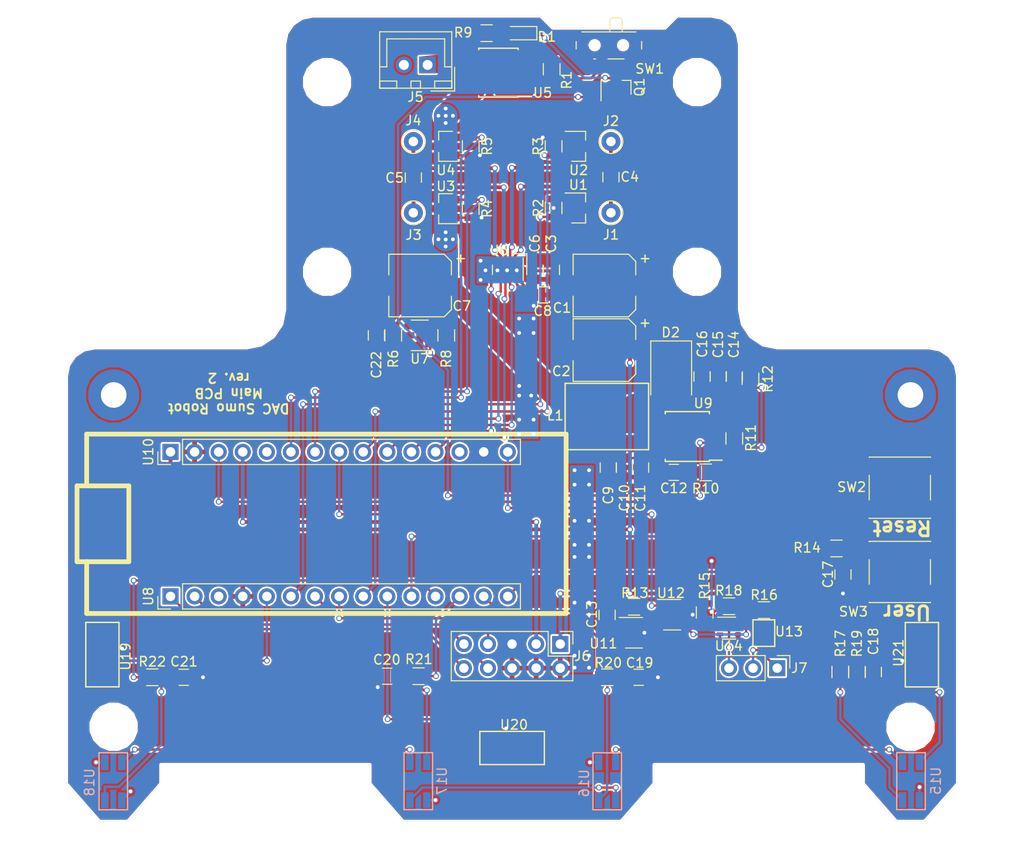
<source format=kicad_pcb>
(kicad_pcb (version 4) (host pcbnew 4.0.7-e2-6376~58~ubuntu16.04.1)
  (layers (0 F.Cu signal) (31 B.Cu signal) (34 B.Paste user) (35 F.Paste user) (36 B.SilkS user) (37 F.SilkS user) (38 B.Mask user) (39 F.Mask user) (44 Edge.Cuts user))
  (net 0 "")
  (net 1 +8V)
  (net 2 GND)
  (net 3 "Net-(C4-Pad1)")
  (net 4 "Net-(C4-Pad2)")
  (net 5 "Net-(C5-Pad1)")
  (net 6 "Net-(C5-Pad2)")
  (net 7 "Net-(C10-Pad1)")
  (net 8 +3V3)
  (net 9 "Net-(C12-Pad1)")
  (net 10 "Net-(C13-Pad1)")
  (net 11 "Net-(C17-Pad2)")
  (net 12 "Net-(C18-Pad2)")
  (net 13 "Net-(C19-Pad2)")
  (net 14 "Net-(C20-Pad2)")
  (net 15 "Net-(C21-Pad2)")
  (net 16 "Net-(D1-Pad2)")
  (net 17 "Net-(D1-Pad1)")
  (net 18 "Net-(D2-Pad2)")
  (net 19 "Net-(J5-Pad1)")
  (net 20 +5V)
  (net 21 /I2C1_SDA)
  (net 22 /UART1_RX)
  (net 23 /UART1_TX)
  (net 24 /I2C1_SCL)
  (net 25 "Net-(J7-Pad1)")
  (net 26 "Net-(J7-Pad2)")
  (net 27 "Net-(Q1-Pad1)")
  (net 28 "Net-(R1-Pad2)")
  (net 29 /Enc_L_A)
  (net 30 /Enc_L_B)
  (net 31 /Enc_R_A)
  (net 32 /Enc_R_B)
  (net 33 "Net-(R10-Pad1)")
  (net 34 "Net-(R11-Pad1)")
  (net 35 "Net-(R13-Pad1)")
  (net 36 "Net-(R15-Pad1)")
  (net 37 "Net-(R16-Pad2)")
  (net 38 "Net-(R17-Pad1)")
  (net 39 "Net-(R18-Pad1)")
  (net 40 /Edge_R)
  (net 41 /Edge_MR)
  (net 42 /Edge_ML)
  (net 43 /Edge_L)
  (net 44 "Net-(SW1-Pad1)")
  (net 45 /PWM_B)
  (net 46 /Dir_B)
  (net 47 /PWM_A)
  (net 48 /Dir_A)
  (net 49 "Net-(U8-Pad3)")
  (net 50 /Prox_R)
  (net 51 /Prox_M)
  (net 52 /Prox_L)
  (net 53 "Net-(U9-Pad11)")
  (net 54 "Net-(U9-Pad14)")
  (net 55 "Net-(U10-Pad5)")
  (net 56 /Prox_Ir_Select)
  (net 57 "Net-(U10-Pad13)")
  (net 58 "Net-(U15-Pad2)")
  (net 59 "Net-(U16-Pad2)")
  (net 60 "Net-(U17-Pad2)")
  (net 61 "Net-(J7-Pad3)")
  (net 62 "Net-(R1-Pad1)")
  (net 63 "Net-(SW2-Pad1)")
  (net 64 "Net-(U7-Pad3)")
  (net 65 "Net-(U7-Pad4)")
  (net 66 "Net-(C22-Pad1)")
  (net 67 "Net-(R8-Pad1)")
  (module Resistors_SMD:R_0805 (layer F.Cu) (at 153.7716 57.4548 90)
    (fp_text reference R1 (at -1.143 1.5875 90) (layer F.SilkS))
    (fp_text value 1M)
    (pad 1 smd rect (at -0.95 0 90) (size 0.7 1.3) (layers F.Cu F.Paste F.Mask) (net 62 "Net-(R1-Pad1)"))
    (pad 2 smd rect (at 0.95 0 90) (size 0.7 1.3) (layers F.Cu F.Paste F.Mask) (net 28 "Net-(R1-Pad2)"))
  )
  (module Resistors_SMD:R_0805 (layer F.Cu) (at 145.2372 72.1614 90)
    (fp_text reference R4 (at 0 1.7272 90) (layer F.SilkS))
    (fp_text value N/P)
    (pad 1 smd rect (at -0.95 0 90) (size 0.7 1.3) (layers F.Cu F.Paste F.Mask) (net 8 +3V3))
    (pad 2 smd rect (at 0.95 0 90) (size 0.7 1.3) (layers F.Cu F.Paste F.Mask) (net 31 /Enc_R_A))
  )
  (module Inductors:SRP7028A_Inductor_Bourns (layer F.Cu) (at 159.5882 94.0816)
    (fp_text reference L1 (at -5.4356 -0.1016) (layer F.SilkS))
    (fp_text value SRP7028A-4R7M)
    (pad 1 smd rect (at -2.7 0) (size 3 3.5) (layers F.Cu F.Paste F.Mask) (net 7 "Net-(C10-Pad1)"))
    (pad 2 smd rect (at 2.7 0) (size 3 3.5) (layers F.Cu F.Paste F.Mask) (net 18 "Net-(D2-Pad2)"))
  )
  (module Sensors:QRE1113GR (layer B.Cu) (at 190.754 134.5438 90)
    (fp_text reference U15 (at 2.032 3.5306 90) (layer B.SilkS) (effects (justify mirror)))
    (fp_text value QRE1113GR)
    (pad 1 smd rect (at 0 0 90) (size 1.66 0.79) (layers B.Cu B.Paste B.Mask) (net 38 "Net-(R17-Pad1)"))
    (pad 2 smd rect (at 4 0 90) (size 1.66 0.79) (layers B.Cu B.Paste B.Mask) (net 58 "Net-(U15-Pad2)"))
    (pad 3 smd rect (at 4 1.8 90) (size 1.66 0.79) (layers B.Cu B.Paste B.Mask) (net 12 "Net-(C18-Pad2)"))
    (pad 4 smd rect (at 0 1.8 90) (size 1.66 0.79) (layers B.Cu B.Paste B.Mask) (net 2 GND))
  )
  (module Capacitors_SMD:CP_Elec_6.3x7.7 (layer F.Cu) (at 159.3342 80.264 180)
    (fp_text reference C1 (at 4.4704 -2.3622 180) (layer F.SilkS))
    (fp_text value 220u)
    (fp_text user + (at -4.28 2.91 180) (layer F.SilkS))
    (pad 1 smd rect (at -2.7 0) (size 3.5 1.6) (layers F.Cu F.Paste F.Mask) (net 1 +8V))
    (pad 2 smd rect (at 2.7 0) (size 3.5 1.6) (layers F.Cu F.Paste F.Mask) (net 2 GND))
  )
  (module Capacitors_SMD:C_0805 (layer F.Cu) (at 153.7462 78.613 270)
    (fp_text reference C3 (at -2.7686 0.0254 270) (layer F.SilkS))
    (fp_text value 1u)
    (pad 1 smd rect (at -1 0 270) (size 1 1.25) (layers F.Cu F.Paste F.Mask) (net 1 +8V))
    (pad 2 smd rect (at 1 0 270) (size 1 1.25) (layers F.Cu F.Paste F.Mask) (net 2 GND))
  )
  (module Capacitors_SMD:C_0805 (layer F.Cu) (at 160.02 68.834 90)
    (fp_text reference C4 (at 0.0254 1.9812 360) (layer F.SilkS))
    (fp_text value 3n3)
    (pad 1 smd rect (at -1 0 90) (size 1 1.25) (layers F.Cu F.Paste F.Mask) (net 3 "Net-(C4-Pad1)"))
    (pad 2 smd rect (at 1 0 90) (size 1 1.25) (layers F.Cu F.Paste F.Mask) (net 4 "Net-(C4-Pad2)"))
  )
  (module Capacitors_SMD:C_0805 (layer F.Cu) (at 139.192 68.8848 90)
    (fp_text reference C5 (at -0.0254 -1.9812 180) (layer F.SilkS))
    (fp_text value 3n3)
    (pad 1 smd rect (at -1 0 90) (size 1 1.25) (layers F.Cu F.Paste F.Mask) (net 5 "Net-(C5-Pad1)"))
    (pad 2 smd rect (at 1 0 90) (size 1 1.25) (layers F.Cu F.Paste F.Mask) (net 6 "Net-(C5-Pad2)"))
  )
  (module Capacitors_SMD:C_0805 (layer F.Cu) (at 151.9936 78.613 270)
    (fp_text reference C6 (at -2.794 0 270) (layer F.SilkS))
    (fp_text value 100n)
    (pad 1 smd rect (at -1 0 270) (size 1 1.25) (layers F.Cu F.Paste F.Mask) (net 1 +8V))
    (pad 2 smd rect (at 1 0 270) (size 1 1.25) (layers F.Cu F.Paste F.Mask) (net 2 GND))
  )
  (module Capacitors_SMD:CP_Elec_6.3x7.7 (layer F.Cu) (at 139.9032 80.264 180)
    (fp_text reference C7 (at -4.3942 -2.159 180) (layer F.SilkS))
    (fp_text value 220u)
    (fp_text user + (at -4.28 2.91 180) (layer F.SilkS))
    (pad 1 smd rect (at -2.7 0) (size 3.5 1.6) (layers F.Cu F.Paste F.Mask) (net 7 "Net-(C10-Pad1)"))
    (pad 2 smd rect (at 2.7 0) (size 3.5 1.6) (layers F.Cu F.Paste F.Mask) (net 2 GND))
  )
  (module Capacitors_SMD:C_0805 (layer F.Cu) (at 152.8572 81.2546)
    (fp_text reference C8 (at -0.0254 1.7018) (layer F.SilkS))
    (fp_text value 100n)
    (pad 1 smd rect (at -1 0) (size 1 1.25) (layers F.Cu F.Paste F.Mask) (net 8 +3V3))
    (pad 2 smd rect (at 1 0) (size 1 1.25) (layers F.Cu F.Paste F.Mask) (net 2 GND))
  )
  (module Capacitors_SMD:C_0805 (layer F.Cu) (at 159.7406 99.4664 270)
    (fp_text reference C9 (at 2.921 0 450) (layer F.SilkS))
    (fp_text value 22u)
    (pad 1 smd rect (at -1 0 270) (size 1 1.25) (layers F.Cu F.Paste F.Mask) (net 7 "Net-(C10-Pad1)"))
    (pad 2 smd rect (at 1 0 270) (size 1 1.25) (layers F.Cu F.Paste F.Mask) (net 2 GND))
  )
  (module Capacitors_SMD:C_0805 (layer F.Cu) (at 161.4424 99.4664 270)
    (fp_text reference C10 (at 3.2004 0 270) (layer F.SilkS))
    (fp_text value 1u)
    (pad 1 smd rect (at -1 0 270) (size 1 1.25) (layers F.Cu F.Paste F.Mask) (net 7 "Net-(C10-Pad1)"))
    (pad 2 smd rect (at 1 0 270) (size 1 1.25) (layers F.Cu F.Paste F.Mask) (net 2 GND))
  )
  (module Capacitors_SMD:C_0805 (layer F.Cu) (at 163.1442 99.4664 270)
    (fp_text reference C11 (at 3.2258 0.0254 270) (layer F.SilkS))
    (fp_text value 100n)
    (pad 1 smd rect (at -1 0 270) (size 1 1.25) (layers F.Cu F.Paste F.Mask) (net 7 "Net-(C10-Pad1)"))
    (pad 2 smd rect (at 1 0 270) (size 1 1.25) (layers F.Cu F.Paste F.Mask) (net 2 GND))
  )
  (module Capacitors_SMD:C_0805 (layer F.Cu) (at 166.6494 99.9744 180)
    (fp_text reference C12 (at 0 -1.6764 180) (layer F.SilkS))
    (fp_text value 3n3)
    (pad 1 smd rect (at -1 0 180) (size 1 1.25) (layers F.Cu F.Paste F.Mask) (net 9 "Net-(C12-Pad1)"))
    (pad 2 smd rect (at 1 0 180) (size 1 1.25) (layers F.Cu F.Paste F.Mask) (net 2 GND))
  )
  (module Capacitors_SMD:C_0805 (layer F.Cu) (at 159.6136 115.0112 270)
    (fp_text reference C13 (at -0.0508 1.6002 270) (layer F.SilkS))
    (fp_text value 470p)
    (pad 1 smd rect (at -1 0 270) (size 1 1.25) (layers F.Cu F.Paste F.Mask) (net 10 "Net-(C13-Pad1)"))
    (pad 2 smd rect (at 1 0 270) (size 1 1.25) (layers F.Cu F.Paste F.Mask) (net 2 GND))
  )
  (module Capacitors_SMD:C_0805 (layer F.Cu) (at 173.0248 89.8652 270)
    (fp_text reference C14 (at -3.3782 0.0508 270) (layer F.SilkS))
    (fp_text value 22u)
    (pad 1 smd rect (at -1 0 270) (size 1 1.25) (layers F.Cu F.Paste F.Mask) (net 1 +8V))
    (pad 2 smd rect (at 1 0 270) (size 1 1.25) (layers F.Cu F.Paste F.Mask) (net 2 GND))
  )
  (module Capacitors_SMD:C_0805 (layer F.Cu) (at 171.323 89.8652 270)
    (fp_text reference C15 (at -3.3782 0 270) (layer F.SilkS))
    (fp_text value 1u)
    (pad 1 smd rect (at -1 0 270) (size 1 1.25) (layers F.Cu F.Paste F.Mask) (net 1 +8V))
    (pad 2 smd rect (at 1 0 270) (size 1 1.25) (layers F.Cu F.Paste F.Mask) (net 2 GND))
  )
  (module Capacitors_SMD:C_0805 (layer F.Cu) (at 169.6212 89.8652 270)
    (fp_text reference C16 (at -3.429 -0.0254 270) (layer F.SilkS))
    (fp_text value 100n)
    (pad 1 smd rect (at -1 0 270) (size 1 1.25) (layers F.Cu F.Paste F.Mask) (net 1 +8V))
    (pad 2 smd rect (at 1 0 270) (size 1 1.25) (layers F.Cu F.Paste F.Mask) (net 2 GND))
  )
  (module Capacitors_SMD:C_0805 (layer F.Cu) (at 184.4802 110.744 90)
    (fp_text reference C17 (at 0 -1.5748 90) (layer F.SilkS))
    (fp_text value 100n)
    (pad 1 smd rect (at -1 0 90) (size 1 1.25) (layers F.Cu F.Paste F.Mask) (net 8 +3V3))
    (pad 2 smd rect (at 1 0 90) (size 1 1.25) (layers F.Cu F.Paste F.Mask) (net 11 "Net-(C17-Pad2)"))
  )
  (module Capacitors_SMD:C_0805 (layer F.Cu) (at 187.6806 121.031 270)
    (fp_text reference C18 (at -3.2258 0 270) (layer F.SilkS))
    (fp_text value 10n)
    (pad 1 smd rect (at -1 0 270) (size 1 1.25) (layers F.Cu F.Paste F.Mask) (net 8 +3V3))
    (pad 2 smd rect (at 1 0 270) (size 1 1.25) (layers F.Cu F.Paste F.Mask) (net 12 "Net-(C18-Pad2)"))
  )
  (module Capacitors_SMD:C_0805 (layer F.Cu) (at 162.941 121.5898 180)
    (fp_text reference C19 (at -0.1016 1.524 180) (layer F.SilkS))
    (fp_text value 10n)
    (pad 1 smd rect (at -1 0 180) (size 1 1.25) (layers F.Cu F.Paste F.Mask) (net 8 +3V3))
    (pad 2 smd rect (at 1 0 180) (size 1 1.25) (layers F.Cu F.Paste F.Mask) (net 13 "Net-(C19-Pad2)"))
  )
  (module Capacitors_SMD:C_0805 (layer F.Cu) (at 136.4361 121.4755)
    (fp_text reference C20 (at -0.0381 -1.7399) (layer F.SilkS))
    (fp_text value 10n)
    (pad 1 smd rect (at -1 0) (size 1 1.25) (layers F.Cu F.Paste F.Mask) (net 8 +3V3))
    (pad 2 smd rect (at 1 0) (size 1 1.25) (layers F.Cu F.Paste F.Mask) (net 14 "Net-(C20-Pad2)"))
  )
  (module Capacitors_SMD:C_0805 (layer F.Cu) (at 114.9858 121.5898 180)
    (fp_text reference C21 (at -0.0254 1.651 180) (layer F.SilkS))
    (fp_text value 10n)
    (pad 1 smd rect (at -1 0 180) (size 1 1.25) (layers F.Cu F.Paste F.Mask) (net 8 +3V3))
    (pad 2 smd rect (at 1 0 180) (size 1 1.25) (layers F.Cu F.Paste F.Mask) (net 15 "Net-(C21-Pad2)"))
  )
  (module LEDs:LED_0805 (layer F.Cu) (at 150.4061 53.6448 180)
    (fp_text reference D1 (at -2.8575 -0.381 180) (layer F.SilkS))
    (fp_text value "LED Green")
    (pad 2 smd rect (at 1.1 0) (size 1.2 1.2) (layers F.Cu F.Paste F.Mask) (net 16 "Net-(D1-Pad2)"))
    (pad 1 smd rect (at -1.1 0) (size 1.2 1.2) (layers F.Cu F.Paste F.Mask) (net 17 "Net-(D1-Pad1)"))
  )
  (module Diodes_SMD:D_SMB (layer F.Cu) (at 166.37 89.662 270)
    (fp_text reference D2 (at -4.445 0.0508 360) (layer F.SilkS))
    (fp_text value STTH4R02U)
    (pad 1 smd rect (at -2.15 0 270) (size 2.5 2.3) (layers F.Cu F.Paste F.Mask) (net 1 +8V))
    (pad 2 smd rect (at 2.15 0 270) (size 2.5 2.3) (layers F.Cu F.Paste F.Mask) (net 18 "Net-(D2-Pad2)"))
  )
  (module Connectors:Pin_d1.0mm_L10.0mm (layer F.Cu) (at 160.02 72.5932)
    (fp_text reference J1 (at 0 2.3114) (layer F.SilkS))
    (fp_text value Mot_A1)
    (pad 1 thru_hole circle (at 0 0) (size 2 2) (drill 1) (layers *.Cu *.Mask) (net 3 "Net-(C4-Pad1)"))
  )
  (module Connectors:Pin_d1.0mm_L10.0mm (layer F.Cu) (at 160.02 65.0748)
    (fp_text reference J2 (at 0 -2.159) (layer F.SilkS))
    (fp_text value Mot_A2)
    (pad 1 thru_hole circle (at 0 0) (size 2 2) (drill 1) (layers *.Cu *.Mask) (net 4 "Net-(C4-Pad2)"))
  )
  (module Connectors:Pin_d1.0mm_L10.0mm (layer F.Cu) (at 139.192 72.5932)
    (fp_text reference J3 (at 0.0254 2.3368) (layer F.SilkS))
    (fp_text value Mot_B1)
    (pad 1 thru_hole circle (at 0 0) (size 2 2) (drill 1) (layers *.Cu *.Mask) (net 5 "Net-(C5-Pad1)"))
  )
  (module Connectors:Pin_d1.0mm_L10.0mm (layer F.Cu) (at 139.192 65.0748)
    (fp_text reference J4 (at 0 -2.2098) (layer F.SilkS))
    (fp_text value Mot_B2)
    (pad 1 thru_hole circle (at 0 0) (size 2 2) (drill 1) (layers *.Cu *.Mask) (net 6 "Net-(C5-Pad2)"))
  )
  (module Connectors_JST:JST_XH_B02B-XH-A_02x2.50mm_Straight (layer F.Cu) (at 140.6906 56.9976 180)
    (fp_text reference J5 (at 1.27 -3.3782 180) (layer F.SilkS))
    (fp_text value JST_Conn)
    (pad 1 thru_hole rect (at 0 0 180) (size 1.75 1.75) (drill 1.05) (layers *.Cu *.Mask) (net 19 "Net-(J5-Pad1)"))
    (pad 2 thru_hole circle (at 2.5 0 180) (size 1.75 1.75) (drill 1.05) (layers *.Cu *.Mask) (net 2 GND))
  )
  (module TO_SOT_Packages_SMD:SOT-23 (layer F.Cu) (at 160.5534 59.3852 90)
    (fp_text reference Q1 (at 0.0508 2.4892 90) (layer F.SilkS))
    (fp_text value NX7002AKVL)
    (pad 1 smd rect (at -1 -0.95 90) (size 0.9 0.8) (layers F.Cu F.Paste F.Mask) (net 27 "Net-(Q1-Pad1)"))
    (pad 2 smd rect (at -1 0.95 90) (size 0.9 0.8) (layers F.Cu F.Paste F.Mask) (net 2 GND))
    (pad 3 smd rect (at 1 0 90) (size 0.9 0.8) (layers F.Cu F.Paste F.Mask) (net 17 "Net-(D1-Pad1)"))
  )
  (module Resistors_SMD:R_0805 (layer F.Cu) (at 153.9748 72.0852 270)
    (fp_text reference R2 (at 0 1.6002 270) (layer F.SilkS))
    (fp_text value N/P)
    (pad 1 smd rect (at -0.95 0 270) (size 0.7 1.3) (layers F.Cu F.Paste F.Mask) (net 8 +3V3))
    (pad 2 smd rect (at 0.95 0 270) (size 0.7 1.3) (layers F.Cu F.Paste F.Mask) (net 29 /Enc_L_A))
  )
  (module Resistors_SMD:R_0805 (layer F.Cu) (at 153.9748 65.5828 270)
    (fp_text reference R3 (at 0 1.6256 270) (layer F.SilkS))
    (fp_text value N/P)
    (pad 1 smd rect (at -0.95 0 270) (size 0.7 1.3) (layers F.Cu F.Paste F.Mask) (net 8 +3V3))
    (pad 2 smd rect (at 0.95 0 270) (size 0.7 1.3) (layers F.Cu F.Paste F.Mask) (net 30 /Enc_L_B))
  )
  (module Resistors_SMD:R_0805 (layer F.Cu) (at 145.2372 65.5828 90)
    (fp_text reference R5 (at 0 1.7272 90) (layer F.SilkS))
    (fp_text value N/P)
    (pad 1 smd rect (at -0.95 0 90) (size 0.7 1.3) (layers F.Cu F.Paste F.Mask) (net 8 +3V3))
    (pad 2 smd rect (at 0.95 0 90) (size 0.7 1.3) (layers F.Cu F.Paste F.Mask) (net 32 /Enc_R_B))
  )
  (module Resistors_SMD:R_0805 (layer F.Cu) (at 137.0711 85.5218 270)
    (fp_text reference R6 (at 2.4765 0 270) (layer F.SilkS))
    (fp_text value 330)
    (pad 1 smd rect (at -0.95 0 270) (size 0.7 1.3) (layers F.Cu F.Paste F.Mask) (net 7 "Net-(C10-Pad1)"))
    (pad 2 smd rect (at 0.95 0 270) (size 0.7 1.3) (layers F.Cu F.Paste F.Mask) (net 66 "Net-(C22-Pad1)"))
  )
  (module Resistors_SMD:R_0805 (layer F.Cu) (at 142.6591 85.5218 90)
    (fp_text reference R8 (at -2.4765 0 90) (layer F.SilkS))
    (fp_text value 300)
    (pad 1 smd rect (at -0.95 0 90) (size 0.7 1.3) (layers F.Cu F.Paste F.Mask) (net 67 "Net-(R8-Pad1)"))
    (pad 2 smd rect (at 0.95 0 90) (size 0.7 1.3) (layers F.Cu F.Paste F.Mask) (net 2 GND))
  )
  (module Resistors_SMD:R_0805 (layer F.Cu) (at 146.9136 53.6448)
    (fp_text reference R9 (at -2.4765 -0.0635) (layer F.SilkS))
    (fp_text value 470)
    (pad 1 smd rect (at -0.95 0) (size 0.7 1.3) (layers F.Cu F.Paste F.Mask) (net 7 "Net-(C10-Pad1)"))
    (pad 2 smd rect (at 0.95 0) (size 0.7 1.3) (layers F.Cu F.Paste F.Mask) (net 16 "Net-(D1-Pad2)"))
  )
  (module Resistors_SMD:R_0805 (layer F.Cu) (at 170.0276 99.9744 180)
    (fp_text reference R10 (at 0.0254 -1.7018 180) (layer F.SilkS))
    (fp_text value 10k)
    (pad 1 smd rect (at -0.95 0 180) (size 0.7 1.3) (layers F.Cu F.Paste F.Mask) (net 33 "Net-(R10-Pad1)"))
    (pad 2 smd rect (at 0.95 0 180) (size 0.7 1.3) (layers F.Cu F.Paste F.Mask) (net 9 "Net-(C12-Pad1)"))
  )
  (module Resistors_SMD:R_0805 (layer F.Cu) (at 173.0248 96.393 90)
    (fp_text reference R11 (at 0.0508 1.7526 90) (layer F.SilkS))
    (fp_text value 30k)
    (pad 1 smd rect (at -0.95 0 90) (size 0.7 1.3) (layers F.Cu F.Paste F.Mask) (net 34 "Net-(R11-Pad1)"))
    (pad 2 smd rect (at 0.95 0 90) (size 0.7 1.3) (layers F.Cu F.Paste F.Mask) (net 2 GND))
  )
  (module Resistors_SMD:R_0805 (layer F.Cu) (at 174.7266 90.0938 270)
    (fp_text reference R12 (at 0.0254 -1.8288 270) (layer F.SilkS))
    (fp_text value 160k)
    (pad 1 smd rect (at -0.95 0 270) (size 0.7 1.3) (layers F.Cu F.Paste F.Mask) (net 1 +8V))
    (pad 2 smd rect (at 0.95 0 270) (size 0.7 1.3) (layers F.Cu F.Paste F.Mask) (net 34 "Net-(R11-Pad1)"))
  )
  (module Resistors_SMD:R_0805 (layer F.Cu) (at 162.4584 114.1476 180)
    (fp_text reference R13 (at -0.0762 1.4478 360) (layer F.SilkS))
    (fp_text value 39k)
    (pad 1 smd rect (at -0.95 0 180) (size 0.7 1.3) (layers F.Cu F.Paste F.Mask) (net 35 "Net-(R13-Pad1)"))
    (pad 2 smd rect (at 0.95 0 180) (size 0.7 1.3) (layers F.Cu F.Paste F.Mask) (net 10 "Net-(C13-Pad1)"))
  )
  (module Resistors_SMD:R_0805 (layer F.Cu) (at 183.7944 108.0008 180)
    (fp_text reference R14 (at 3.0988 0.0762 180) (layer F.SilkS))
    (fp_text value 100k)
    (pad 1 smd rect (at -0.95 0 180) (size 0.7 1.3) (layers F.Cu F.Paste F.Mask) (net 11 "Net-(C17-Pad2)"))
    (pad 2 smd rect (at 0.95 0 180) (size 0.7 1.3) (layers F.Cu F.Paste F.Mask) (net 2 GND))
  )
  (module Resistors_SMD:R_0805 (layer F.Cu) (at 169.9006 114.7572 90)
    (fp_text reference R15 (at 2.8194 0 90) (layer F.SilkS))
    (fp_text value 100k)
    (pad 1 smd rect (at -0.95 0 90) (size 0.7 1.3) (layers F.Cu F.Paste F.Mask) (net 36 "Net-(R15-Pad1)"))
    (pad 2 smd rect (at 0.95 0 90) (size 0.7 1.3) (layers F.Cu F.Paste F.Mask) (net 2 GND))
  )
  (module Resistors_SMD:R_0805 (layer F.Cu) (at 176.149 114.5032 180)
    (fp_text reference R16 (at -0.0254 1.6002 180) (layer F.SilkS))
    (fp_text value N/P)
    (pad 1 smd rect (at -0.95 0 180) (size 0.7 1.3) (layers F.Cu F.Paste F.Mask) (net 1 +8V))
    (pad 2 smd rect (at 0.95 0 180) (size 0.7 1.3) (layers F.Cu F.Paste F.Mask) (net 37 "Net-(R16-Pad2)"))
  )
  (module Resistors_SMD:R_0805 (layer F.Cu) (at 184.2008 121.031 90)
    (fp_text reference R17 (at 2.9972 0 90) (layer F.SilkS))
    (fp_text value 180)
    (pad 1 smd rect (at -0.95 0 90) (size 0.7 1.3) (layers F.Cu F.Paste F.Mask) (net 38 "Net-(R17-Pad1)"))
    (pad 2 smd rect (at 0.95 0 90) (size 0.7 1.3) (layers F.Cu F.Paste F.Mask) (net 1 +8V))
  )
  (module Resistors_SMD:R_0805 (layer F.Cu) (at 172.466 114.0968 180)
    (fp_text reference R18 (at 0.0254 1.651 180) (layer F.SilkS))
    (fp_text value 100k)
    (pad 1 smd rect (at -0.95 0 180) (size 0.7 1.3) (layers F.Cu F.Paste F.Mask) (net 39 "Net-(R18-Pad1)"))
    (pad 2 smd rect (at 0.95 0 180) (size 0.7 1.3) (layers F.Cu F.Paste F.Mask) (net 2 GND))
  )
  (module Resistors_SMD:R_0805 (layer F.Cu) (at 185.9534 121.031 270)
    (fp_text reference R19 (at -2.9972 0 270) (layer F.SilkS))
    (fp_text value 470)
    (pad 1 smd rect (at -0.95 0 270) (size 0.7 1.3) (layers F.Cu F.Paste F.Mask) (net 43 /Edge_L))
    (pad 2 smd rect (at 0.95 0 270) (size 0.7 1.3) (layers F.Cu F.Paste F.Mask) (net 12 "Net-(C18-Pad2)"))
  )
  (module Resistors_SMD:R_0805 (layer F.Cu) (at 159.639 121.5898)
    (fp_text reference R20 (at 0.1016 -1.524) (layer F.SilkS))
    (fp_text value 470)
    (pad 1 smd rect (at -0.95 0) (size 0.7 1.3) (layers F.Cu F.Paste F.Mask) (net 42 /Edge_ML))
    (pad 2 smd rect (at 0.95 0) (size 0.7 1.3) (layers F.Cu F.Paste F.Mask) (net 13 "Net-(C19-Pad2)"))
  )
  (module Resistors_SMD:R_0805 (layer F.Cu) (at 139.7381 121.4755 180)
    (fp_text reference R21 (at -0.0381 1.7907 180) (layer F.SilkS))
    (fp_text value 470)
    (pad 1 smd rect (at -0.95 0 180) (size 0.7 1.3) (layers F.Cu F.Paste F.Mask) (net 41 /Edge_MR))
    (pad 2 smd rect (at 0.95 0 180) (size 0.7 1.3) (layers F.Cu F.Paste F.Mask) (net 14 "Net-(C20-Pad2)"))
  )
  (module Buttons_Switches_SMD:SW_SPST_PTS645 (layer F.Cu) (at 190.4746 101.5873 180)
    (fp_text reference SW2 (at 5.08 0.0635 180) (layer F.SilkS))
    (fp_text value B3FS-1010)
    (pad 2 smd rect (at -3.98 2.25 180) (size 1.55 1.3) (layers F.Cu F.Paste F.Mask) (net 2 GND))
    (pad 1 smd rect (at -3.98 -2.25 180) (size 1.55 1.3) (layers F.Cu F.Paste F.Mask) (net 63 "Net-(SW2-Pad1)"))
    (pad 1 smd rect (at 3.98 -2.25 180) (size 1.55 1.3) (layers F.Cu F.Paste F.Mask) (net 63 "Net-(SW2-Pad1)"))
    (pad 2 smd rect (at 3.98 2.25 180) (size 1.55 1.3) (layers F.Cu F.Paste F.Mask) (net 2 GND))
  )
  (module TO_SOT_Packages_SMD:SOT-23 (layer F.Cu) (at 156.591 72.0852)
    (fp_text reference U1 (at 0 -2.4384) (layer F.SilkS))
    (fp_text value DRV5013)
    (pad 1 smd rect (at -1 -0.95) (size 0.9 0.8) (layers F.Cu F.Paste F.Mask) (net 8 +3V3))
    (pad 2 smd rect (at -1 0.95) (size 0.9 0.8) (layers F.Cu F.Paste F.Mask) (net 29 /Enc_L_A))
    (pad 3 smd rect (at 1 0) (size 0.9 0.8) (layers F.Cu F.Paste F.Mask) (net 2 GND))
  )
  (module TO_SOT_Packages_SMD:SOT-23 (layer F.Cu) (at 156.591 65.5828)
    (fp_text reference U2 (at 0.0254 2.5146) (layer F.SilkS))
    (fp_text value DRV5013)
    (pad 1 smd rect (at -1 -0.95) (size 0.9 0.8) (layers F.Cu F.Paste F.Mask) (net 8 +3V3))
    (pad 2 smd rect (at -1 0.95) (size 0.9 0.8) (layers F.Cu F.Paste F.Mask) (net 30 /Enc_L_B))
    (pad 3 smd rect (at 1 0) (size 0.9 0.8) (layers F.Cu F.Paste F.Mask) (net 2 GND))
  )
  (module TO_SOT_Packages_SMD:SOT-23 (layer F.Cu) (at 142.621 72.1614 180)
    (fp_text reference U3 (at 0 2.3622 180) (layer F.SilkS))
    (fp_text value DRV5013)
    (pad 1 smd rect (at -1 -0.95 180) (size 0.9 0.8) (layers F.Cu F.Paste F.Mask) (net 8 +3V3))
    (pad 2 smd rect (at -1 0.95 180) (size 0.9 0.8) (layers F.Cu F.Paste F.Mask) (net 31 /Enc_R_A))
    (pad 3 smd rect (at 1 0 180) (size 0.9 0.8) (layers F.Cu F.Paste F.Mask) (net 2 GND))
  )
  (module TO_SOT_Packages_SMD:SOT-23 (layer F.Cu) (at 142.621 65.5828 180)
    (fp_text reference U4 (at 0 -2.5146 180) (layer F.SilkS))
    (fp_text value DRV5013)
    (pad 1 smd rect (at -1 -0.95 180) (size 0.9 0.8) (layers F.Cu F.Paste F.Mask) (net 8 +3V3))
    (pad 2 smd rect (at -1 0.95 180) (size 0.9 0.8) (layers F.Cu F.Paste F.Mask) (net 32 /Enc_R_B))
    (pad 3 smd rect (at 1 0 180) (size 0.9 0.8) (layers F.Cu F.Paste F.Mask) (net 2 GND))
  )
  (module Housings_SOIC:SOIC-8_3.9x4.9mm_Pitch1.27mm (layer F.Cu) (at 148.1582 57.8104 180)
    (fp_text reference U5 (at -4.6609 -2.1209 180) (layer F.SilkS))
    (fp_text value FDS4935BZ)
    (pad 1 smd rect (at -2.7 -1.905 180) (size 1.55 0.6) (layers F.Cu F.Paste F.Mask) (net 28 "Net-(R1-Pad2)"))
    (pad 2 smd rect (at -2.7 -0.635 180) (size 1.55 0.6) (layers F.Cu F.Paste F.Mask) (net 62 "Net-(R1-Pad1)"))
    (pad 3 smd rect (at -2.7 0.635 180) (size 1.55 0.6) (layers F.Cu F.Paste F.Mask) (net 28 "Net-(R1-Pad2)"))
    (pad 4 smd rect (at -2.7 1.905 180) (size 1.55 0.6) (layers F.Cu F.Paste F.Mask) (net 2 GND))
    (pad 5 smd rect (at 2.7 1.905 180) (size 1.55 0.6) (layers F.Cu F.Paste F.Mask) (net 19 "Net-(J5-Pad1)"))
    (pad 6 smd rect (at 2.7 0.635 180) (size 1.55 0.6) (layers F.Cu F.Paste F.Mask) (net 19 "Net-(J5-Pad1)"))
    (pad 7 smd rect (at 2.7 -0.635 180) (size 1.55 0.6) (layers F.Cu F.Paste F.Mask) (net 7 "Net-(C10-Pad1)"))
    (pad 8 smd rect (at 2.7 -1.905 180) (size 1.55 0.6) (layers F.Cu F.Paste F.Mask) (net 7 "Net-(C10-Pad1)"))
  )
  (module Housings_SON:WSON-12-1EP_3x2mm_Pitch0.5mm (layer F.Cu) (at 149.1488 78.613 270)
    (fp_text reference U6 (at -2.0574 0.9398 360) (layer F.SilkS))
    (fp_text value DRV8835)
    (pad 1 smd rect (at -0.95 -1.25 270) (size 0.5 0.25) (layers F.Cu F.Paste F.Mask) (net 1 +8V))
    (pad 2 smd rect (at -0.95 -0.75 270) (size 0.5 0.25) (layers F.Cu F.Paste F.Mask) (net 3 "Net-(C4-Pad1)"))
    (pad 3 smd rect (at -0.95 -0.25 270) (size 0.5 0.25) (layers F.Cu F.Paste F.Mask) (net 4 "Net-(C4-Pad2)"))
    (pad 4 smd rect (at -0.95 0.25 270) (size 0.5 0.25) (layers F.Cu F.Paste F.Mask) (net 5 "Net-(C5-Pad1)"))
    (pad 5 smd rect (at -0.95 0.75 270) (size 0.5 0.25) (layers F.Cu F.Paste F.Mask) (net 6 "Net-(C5-Pad2)"))
    (pad 6 smd rect (at -0.95 1.25 270) (size 0.5 0.25) (layers F.Cu F.Paste F.Mask) (net 2 GND))
    (pad 7 smd rect (at 0.95 1.25 270) (size 0.5 0.25) (layers F.Cu F.Paste F.Mask) (net 45 /PWM_B))
    (pad 8 smd rect (at 0.95 0.75 270) (size 0.5 0.25) (layers F.Cu F.Paste F.Mask) (net 46 /Dir_B))
    (pad 9 smd rect (at 0.95 0.25 270) (size 0.5 0.25) (layers F.Cu F.Paste F.Mask) (net 47 /PWM_A))
    (pad 10 smd rect (at 0.95 -0.25 270) (size 0.5 0.25) (layers F.Cu F.Paste F.Mask) (net 48 /Dir_A))
    (pad 11 smd rect (at 0.95 -0.75 270) (size 0.5 0.25) (layers F.Cu F.Paste F.Mask) (net 8 +3V3))
    (pad 12 smd rect (at 0.95 -1.25 270) (size 0.5 0.25) (layers F.Cu F.Paste F.Mask) (net 8 +3V3))
    (pad 13 smd rect (at 0 0 270) (size 1 2.65) (layers F.Cu F.Mask) (net 2 GND))
    (pad 13 smd rect (at 0 0.685 270) (size 0.95 1.17) (layers F.Cu F.Paste) (net 2 GND))
    (pad 13 smd rect (at 0 -0.685 270) (size 0.95 1.17) (layers F.Cu F.Paste) (net 2 GND))
  )
  (module Housings_SSOP:TSSOP-14_4.4x5mm_Pitch0.65mm (layer F.Cu) (at 168.0718 96.1898 180)
    (fp_text reference U9 (at -1.6764 3.5052 180) (layer F.SilkS))
    (fp_text value LM2700)
    (pad 1 smd rect (at -2.95 -1.95 180) (size 1.45 0.45) (layers F.Cu F.Paste F.Mask) (net 33 "Net-(R10-Pad1)"))
    (pad 2 smd rect (at -2.95 -1.3 180) (size 1.45 0.45) (layers F.Cu F.Paste F.Mask) (net 34 "Net-(R11-Pad1)"))
    (pad 3 smd rect (at -2.95 -0.65 180) (size 1.45 0.45) (layers F.Cu F.Paste F.Mask) (net 27 "Net-(Q1-Pad1)"))
    (pad 4 smd rect (at -2.95 0 180) (size 1.45 0.45) (layers F.Cu F.Paste F.Mask) (net 2 GND))
    (pad 5 smd rect (at -2.95 0.65 180) (size 1.45 0.45) (layers F.Cu F.Paste F.Mask) (net 2 GND))
    (pad 6 smd rect (at -2.95 1.3 180) (size 1.45 0.45) (layers F.Cu F.Paste F.Mask) (net 2 GND))
    (pad 7 smd rect (at -2.95 1.95 180) (size 1.45 0.45) (layers F.Cu F.Paste F.Mask) (net 2 GND))
    (pad 8 smd rect (at 2.95 1.95 180) (size 1.45 0.45) (layers F.Cu F.Paste F.Mask) (net 18 "Net-(D2-Pad2)"))
    (pad 9 smd rect (at 2.95 1.3 180) (size 1.45 0.45) (layers F.Cu F.Paste F.Mask) (net 18 "Net-(D2-Pad2)"))
    (pad 10 smd rect (at 2.95 0.65 180) (size 1.45 0.45) (layers F.Cu F.Paste F.Mask) (net 18 "Net-(D2-Pad2)"))
    (pad 11 smd rect (at 2.95 0 180) (size 1.45 0.45) (layers F.Cu F.Paste F.Mask) (net 53 "Net-(U9-Pad11)"))
    (pad 12 smd rect (at 2.95 -0.65 180) (size 1.45 0.45) (layers F.Cu F.Paste F.Mask) (net 7 "Net-(C10-Pad1)"))
    (pad 13 smd rect (at 2.95 -1.3 180) (size 1.45 0.45) (layers F.Cu F.Paste F.Mask) (net 2 GND))
    (pad 14 smd rect (at 2.95 -1.95 180) (size 1.45 0.45) (layers F.Cu F.Paste F.Mask) (net 54 "Net-(U9-Pad14)"))
  )
  (module TO_SOT_Packages_SMD:SOT-23-5 (layer F.Cu) (at 162.4457 116.8908)
    (fp_text reference U11 (at -3.2131 1.143) (layer F.SilkS))
    (fp_text value MIC1557)
    (pad 1 smd rect (at -1.1 -0.95) (size 1.06 0.65) (layers F.Cu F.Paste F.Mask) (net 10 "Net-(C13-Pad1)"))
    (pad 2 smd rect (at -1.1 0) (size 1.06 0.65) (layers F.Cu F.Paste F.Mask) (net 2 GND))
    (pad 3 smd rect (at -1.1 0.95) (size 1.06 0.65) (layers F.Cu F.Paste F.Mask) (net 8 +3V3))
    (pad 4 smd rect (at 1.1 0.95) (size 1.06 0.65) (layers F.Cu F.Paste F.Mask) (net 8 +3V3))
    (pad 5 smd rect (at 1.1 -0.95) (size 1.06 0.65) (layers F.Cu F.Paste F.Mask) (net 35 "Net-(R13-Pad1)"))
  )
  (module TO_SOT_Packages_SMD:SOT-23-6 (layer F.Cu) (at 166.4716 114.9858)
    (fp_text reference U12 (at -0.127 -2.286 180) (layer F.SilkS))
    (fp_text value SN74LVC1G18)
    (pad 1 smd rect (at -1.1 -0.95) (size 1.06 0.65) (layers F.Cu F.Paste F.Mask) (net 56 /Prox_Ir_Select))
    (pad 2 smd rect (at -1.1 0) (size 1.06 0.65) (layers F.Cu F.Paste F.Mask) (net 2 GND))
    (pad 3 smd rect (at -1.1 0.95) (size 1.06 0.65) (layers F.Cu F.Paste F.Mask) (net 35 "Net-(R13-Pad1)"))
    (pad 4 smd rect (at 1.1 0.95) (size 1.06 0.65) (layers F.Cu F.Paste F.Mask) (net 39 "Net-(R18-Pad1)"))
    (pad 6 smd rect (at 1.1 -0.95) (size 1.06 0.65) (layers F.Cu F.Paste F.Mask) (net 36 "Net-(R15-Pad1)"))
    (pad 5 smd rect (at 1.1 0) (size 1.06 0.65) (layers F.Cu F.Paste F.Mask) (net 8 +3V3))
  )
  (module Current_Sources:SOT343_BCR402W (layer F.Cu) (at 175.4886 117.729)
    (fp_text reference U13 (at 3.302 -0.9652) (layer F.SilkS))
    (fp_text value BCR205W)
    (pad 4 smd rect (at 0 -1.6) (size 0.6 0.8) (layers F.Cu F.Paste F.Mask) (net 37 "Net-(R16-Pad2)"))
    (pad 3 smd rect (at 1.3 -1.6) (size 0.6 0.8) (layers F.Cu F.Paste F.Mask) (net 1 +8V))
    (pad 1 smd rect (at 0 0) (size 0.6 0.8) (layers F.Cu F.Paste F.Mask) (net 2 GND))
    (pad 2 smd rect (at 1.15 0) (size 0.9 0.8) (layers F.Cu F.Paste F.Mask) (net 26 "Net-(J7-Pad2)"))
  )
  (module TO_SOT_Packages_SMD:SOT-363_SC-70-6 (layer F.Cu) (at 172.466 116.4082)
    (fp_text reference U14 (at -0.0254 1.8796 180) (layer F.SilkS))
    (fp_text value SSM6N7002KFU,LF)
    (pad 1 smd rect (at -0.95 -0.65) (size 0.65 0.4) (layers F.Cu F.Paste F.Mask) (net 2 GND))
    (pad 3 smd rect (at -0.95 0.65) (size 0.65 0.4) (layers F.Cu F.Paste F.Mask) (net 25 "Net-(J7-Pad1)"))
    (pad 5 smd rect (at 0.95 0) (size 0.65 0.4) (layers F.Cu F.Paste F.Mask) (net 39 "Net-(R18-Pad1)"))
    (pad 2 smd rect (at -0.95 0) (size 0.65 0.4) (layers F.Cu F.Paste F.Mask) (net 36 "Net-(R15-Pad1)"))
    (pad 4 smd rect (at 0.95 0.65) (size 0.65 0.4) (layers F.Cu F.Paste F.Mask) (net 2 GND))
    (pad 6 smd rect (at 0.95 -0.65) (size 0.65 0.4) (layers F.Cu F.Paste F.Mask) (net 61 "Net-(J7-Pad3)"))
  )
  (module Sensors:QRE1113GR (layer B.Cu) (at 160.528 130.556 270)
    (fp_text reference U16 (at 2.2098 3.3274 270) (layer B.SilkS) (effects (justify mirror)))
    (fp_text value QRE1113GR)
    (pad 1 smd rect (at 0 0 270) (size 1.66 0.79) (layers B.Cu B.Paste B.Mask) (net 58 "Net-(U15-Pad2)"))
    (pad 2 smd rect (at 4 0 270) (size 1.66 0.79) (layers B.Cu B.Paste B.Mask) (net 59 "Net-(U16-Pad2)"))
    (pad 3 smd rect (at 4 1.8 270) (size 1.66 0.79) (layers B.Cu B.Paste B.Mask) (net 13 "Net-(C19-Pad2)"))
    (pad 4 smd rect (at 0 1.8 270) (size 1.66 0.79) (layers B.Cu B.Paste B.Mask) (net 2 GND))
  )
  (module Sensors:QRE1113GR (layer B.Cu) (at 138.811 134.5438 90)
    (fp_text reference U17 (at 2.032 3.4036 90) (layer B.SilkS) (effects (justify mirror)))
    (fp_text value QRE1113GR)
    (pad 1 smd rect (at 0 0 90) (size 1.66 0.79) (layers B.Cu B.Paste B.Mask) (net 59 "Net-(U16-Pad2)"))
    (pad 2 smd rect (at 4 0 90) (size 1.66 0.79) (layers B.Cu B.Paste B.Mask) (net 60 "Net-(U17-Pad2)"))
    (pad 3 smd rect (at 4 1.8 90) (size 1.66 0.79) (layers B.Cu B.Paste B.Mask) (net 14 "Net-(C20-Pad2)"))
    (pad 4 smd rect (at 0 1.8 90) (size 1.66 0.79) (layers B.Cu B.Paste B.Mask) (net 2 GND))
  )
  (module Sensors:QRE1113GR (layer B.Cu) (at 108.458 130.556 270)
    (fp_text reference U18 (at 2.1082 3.4036 270) (layer B.SilkS) (effects (justify mirror)))
    (fp_text value QRE1113GR)
    (pad 1 smd rect (at 0 0 270) (size 1.66 0.79) (layers B.Cu B.Paste B.Mask) (net 60 "Net-(U17-Pad2)"))
    (pad 2 smd rect (at 4 0 270) (size 1.66 0.79) (layers B.Cu B.Paste B.Mask) (net 2 GND))
    (pad 3 smd rect (at 4 1.8 270) (size 1.66 0.79) (layers B.Cu B.Paste B.Mask) (net 15 "Net-(C21-Pad2)"))
    (pad 4 smd rect (at 0 1.8 270) (size 1.66 0.79) (layers B.Cu B.Paste B.Mask) (net 2 GND))
  )
  (module Sensors:TSSP77038 (layer F.Cu) (at 107.061 117.2972 270)
    (fp_text reference U19 (at 2.1 -1.8 270) (layer F.SilkS))
    (fp_text value TSSP77038)
    (pad 1 smd rect (at 0 0 270) (size 0.8 1.8) (layers F.Cu F.Paste F.Mask) (net 2 GND))
    (pad 2 smd rect (at 1.27 0 270) (size 0.8 1.8) (layers F.Cu F.Paste F.Mask) (net 8 +3V3))
    (pad 3 smd rect (at 2.54 0 270) (size 0.8 1.8) (layers F.Cu F.Paste F.Mask) (net 50 /Prox_R))
    (pad 4 smd rect (at 3.81 0 270) (size 0.8 1.8) (layers F.Cu F.Paste F.Mask) (net 2 GND))
  )
  (module Sensors:TSSP77038 (layer F.Cu) (at 147.701 128.397)
    (fp_text reference U20 (at 2.1 -1.8) (layer F.SilkS))
    (fp_text value TSSP77038)
    (pad 1 smd rect (at 0 0) (size 0.8 1.8) (layers F.Cu F.Paste F.Mask) (net 2 GND))
    (pad 2 smd rect (at 1.27 0) (size 0.8 1.8) (layers F.Cu F.Paste F.Mask) (net 8 +3V3))
    (pad 3 smd rect (at 2.54 0) (size 0.8 1.8) (layers F.Cu F.Paste F.Mask) (net 51 /Prox_M))
    (pad 4 smd rect (at 3.81 0) (size 0.8 1.8) (layers F.Cu F.Paste F.Mask) (net 2 GND))
  )
  (module Sensors:TSSP77038 (layer F.Cu) (at 192.151 121.1072 90)
    (fp_text reference U21 (at 2.1 -1.8 90) (layer F.SilkS))
    (fp_text value TSSP77038)
    (pad 1 smd rect (at 0 0 90) (size 0.8 1.8) (layers F.Cu F.Paste F.Mask) (net 2 GND))
    (pad 2 smd rect (at 1.27 0 90) (size 0.8 1.8) (layers F.Cu F.Paste F.Mask) (net 8 +3V3))
    (pad 3 smd rect (at 2.54 0 90) (size 0.8 1.8) (layers F.Cu F.Paste F.Mask) (net 52 /Prox_L))
    (pad 4 smd rect (at 3.81 0 90) (size 0.8 1.8) (layers F.Cu F.Paste F.Mask) (net 2 GND))
  )
  (module Capacitors_SMD:CP_Elec_6.3x7.7 (layer F.Cu) (at 159.3342 87.0712 180)
    (fp_text reference C2 (at 4.5466 -2.2352 180) (layer F.SilkS))
    (fp_text value 220u)
    (fp_text user + (at -4.28 2.91 180) (layer F.SilkS))
    (pad 1 smd rect (at -2.7 0) (size 3.5 1.6) (layers F.Cu F.Paste F.Mask) (net 1 +8V))
    (pad 2 smd rect (at 2.7 0) (size 3.5 1.6) (layers F.Cu F.Paste F.Mask) (net 2 GND))
  )
  (module Buttons_Switches_SMD:SW_SPST_PTS645 (layer F.Cu) (at 190.4746 110.4773)
    (fp_text reference SW3 (at -4.8895 4.191) (layer F.SilkS))
    (fp_text value B3FS-1010)
    (pad 2 smd rect (at -3.98 2.25) (size 1.55 1.3) (layers F.Cu F.Paste F.Mask) (net 8 +3V3))
    (pad 1 smd rect (at -3.98 -2.25) (size 1.55 1.3) (layers F.Cu F.Paste F.Mask) (net 11 "Net-(C17-Pad2)"))
    (pad 1 smd rect (at 3.98 -2.25) (size 1.55 1.3) (layers F.Cu F.Paste F.Mask) (net 11 "Net-(C17-Pad2)"))
    (pad 2 smd rect (at 3.98 2.25) (size 1.55 1.3) (layers F.Cu F.Paste F.Mask) (net 8 +3V3))
  )
  (module Capacitors_SMD:C_0805 (layer F.Cu) (at 135.2931 85.5218 90)
    (fp_text reference C22 (at -3.1115 0 90) (layer F.SilkS))
    (fp_text value 100n)
    (pad 1 smd rect (at -1 0 90) (size 1 1.25) (layers F.Cu F.Paste F.Mask) (net 66 "Net-(C22-Pad1)"))
    (pad 2 smd rect (at 1 0 90) (size 1 1.25) (layers F.Cu F.Paste F.Mask) (net 2 GND))
  )
  (module TO_SOT_Packages_SMD:SOT-23-6 (layer F.Cu) (at 139.8651 85.5218 180)
    (fp_text reference U7 (at 0 -2.4765 180) (layer F.SilkS))
    (fp_text value AP9101CAK6-ABTRG1)
    (pad 1 smd rect (at -1.1 -0.95 180) (size 1.06 0.65) (layers F.Cu F.Paste F.Mask) (net 27 "Net-(Q1-Pad1)"))
    (pad 2 smd rect (at -1.1 0 180) (size 1.06 0.65) (layers F.Cu F.Paste F.Mask) (net 67 "Net-(R8-Pad1)"))
    (pad 3 smd rect (at -1.1 0.95 180) (size 1.06 0.65) (layers F.Cu F.Paste F.Mask) (net 64 "Net-(U7-Pad3)"))
    (pad 4 smd rect (at 1.1 0.95 180) (size 1.06 0.65) (layers F.Cu F.Paste F.Mask) (net 65 "Net-(U7-Pad4)"))
    (pad 6 smd rect (at 1.1 -0.95 180) (size 1.06 0.65) (layers F.Cu F.Paste F.Mask) (net 2 GND))
    (pad 5 smd rect (at 1.1 0 180) (size 1.06 0.65) (layers F.Cu F.Paste F.Mask) (net 66 "Net-(C22-Pad1)"))
  )
  (module Resistors_SMD:R_0805 (layer F.Cu) (at 111.6711 121.5898)
    (fp_text reference R22 (at 0 -1.65) (layer F.SilkS))
    (fp_text value 470)
    (pad 1 smd rect (at -0.95 0) (size 0.7 1.3) (layers F.Cu F.Paste F.Mask) (net 40 /Edge_R))
    (pad 2 smd rect (at 0.95 0) (size 0.7 1.3) (layers F.Cu F.Paste F.Mask) (net 15 "Net-(C21-Pad2)"))
  )
  (module Socket_Strips:Socket_Strip_Straight_1x03_Pitch2.54mm (layer F.Cu) (at 177.546 120.6246 270)
    (fp_text reference J7 (at 0 -2.33 540) (layer F.SilkS))
    (fp_text value Conn_01x03)
    (pad 1 thru_hole rect (at 0 0 270) (size 1.7 1.7) (drill 1) (layers *.Cu *.Mask) (net 25 "Net-(J7-Pad1)"))
    (pad 2 thru_hole oval (at 0 2.54 270) (size 1.7 1.7) (drill 1) (layers *.Cu *.Mask) (net 26 "Net-(J7-Pad2)"))
    (pad 3 thru_hole oval (at 0 5.08 270) (size 1.7 1.7) (drill 1) (layers *.Cu *.Mask) (net 61 "Net-(J7-Pad3)"))
  )
  (module Buttons_Switches:SW_SPDT_PCM12 (layer F.Cu) (at 159.8041 55.245 180)
    (fp_text reference SW1 (at -4.3053 -2.159 180) (layer F.SilkS))
    (fp_text value SSSS811101)
    (pad "" np_thru_hole circle (at -1.5 0.33 180) (size 0.9 0.9) (drill 0.9) (layers *.Cu *.Mask))
    (pad "" np_thru_hole circle (at 1.5 0.33 180) (size 0.9 0.9) (drill 0.9) (layers *.Cu *.Mask))
    (pad 1 smd rect (at -2.25 -1.43 180) (size 0.7 1.5) (layers F.Cu F.Paste F.Mask) (net 44 "Net-(SW1-Pad1)"))
    (pad 2 smd rect (at 0.75 -1.43 180) (size 0.7 1.5) (layers F.Cu F.Paste F.Mask) (net 62 "Net-(R1-Pad1)"))
    (pad 3 smd rect (at 2.25 -1.43 180) (size 0.7 1.5) (layers F.Cu F.Paste F.Mask) (net 2 GND))
    (pad 4 smd rect (at -3.65 1.43 180) (size 1 0.8) (layers F.Cu F.Paste F.Mask) (net 2 GND))
    (pad 4 smd rect (at 3.65 1.43 180) (size 1 0.8) (layers F.Cu F.Paste F.Mask) (net 2 GND))
    (pad 4 smd rect (at 3.65 -0.78 180) (size 1 0.8) (layers F.Cu F.Paste F.Mask) (net 2 GND))
    (pad 4 smd rect (at -3.65 -0.78 180) (size 1 0.8) (layers F.Cu F.Paste F.Mask) (net 2 GND))
  )
  (module Socket_Strips:Socket_Strip_Straight_1x15_Pitch2.54mm (layer F.Cu) (at 113.5888 113.0554 90)
    (fp_text reference U8 (at 0 -2.33 90) (layer F.SilkS))
    (fp_text value NUCLEO_Header_1)
    (pad 1 thru_hole rect (at 0 0 90) (size 1.7 1.7) (drill 1) (layers *.Cu *.Mask) (net 23 /UART1_TX))
    (pad 2 thru_hole oval (at 0 2.54 90) (size 1.7 1.7) (drill 1) (layers *.Cu *.Mask) (net 22 /UART1_RX))
    (pad 3 thru_hole oval (at 0 5.08 90) (size 1.7 1.7) (drill 1) (layers *.Cu *.Mask) (net 49 "Net-(U8-Pad3)"))
    (pad 4 thru_hole oval (at 0 7.62 90) (size 1.7 1.7) (drill 1) (layers *.Cu *.Mask) (net 2 GND))
    (pad 5 thru_hole oval (at 0 10.16 90) (size 1.7 1.7) (drill 1) (layers *.Cu *.Mask) (net 50 /Prox_R))
    (pad 6 thru_hole oval (at 0 12.7 90) (size 1.7 1.7) (drill 1) (layers *.Cu *.Mask) (net 29 /Enc_L_A))
    (pad 7 thru_hole oval (at 0 15.24 90) (size 1.7 1.7) (drill 1) (layers *.Cu *.Mask) (net 21 /I2C1_SDA))
    (pad 8 thru_hole oval (at 0 17.78 90) (size 1.7 1.7) (drill 1) (layers *.Cu *.Mask) (net 24 /I2C1_SCL))
    (pad 9 thru_hole oval (at 0 20.32 90) (size 1.7 1.7) (drill 1) (layers *.Cu *.Mask) (net 30 /Enc_L_B))
    (pad 10 thru_hole oval (at 0 22.86 90) (size 1.7 1.7) (drill 1) (layers *.Cu *.Mask) (net 51 /Prox_M))
    (pad 11 thru_hole oval (at 0 25.4 90) (size 1.7 1.7) (drill 1) (layers *.Cu *.Mask) (net 52 /Prox_L))
    (pad 12 thru_hole oval (at 0 27.94 90) (size 1.7 1.7) (drill 1) (layers *.Cu *.Mask) (net 40 /Edge_R))
    (pad 13 thru_hole oval (at 0 30.48 90) (size 1.7 1.7) (drill 1) (layers *.Cu *.Mask) (net 41 /Edge_MR))
    (pad 14 thru_hole oval (at 0 33.02 90) (size 1.7 1.7) (drill 1) (layers *.Cu *.Mask) (net 42 /Edge_ML))
    (pad 15 thru_hole oval (at 0 35.56 90) (size 1.7 1.7) (drill 1) (layers *.Cu *.Mask) (net 43 /Edge_L))
  )
  (module Socket_Strips:Socket_Strip_Straight_1x15_Pitch2.54mm (layer F.Cu) (at 113.5888 97.8154 90)
    (fp_text reference U10 (at 0 -2.33 90) (layer F.SilkS))
    (fp_text value NUCLEO_Header_2)
    (pad 1 thru_hole rect (at 0 0 90) (size 1.7 1.7) (drill 1) (layers *.Cu *.Mask) (net 1 +8V))
    (pad 2 thru_hole oval (at 0 2.54 90) (size 1.7 1.7) (drill 1) (layers *.Cu *.Mask) (net 2 GND))
    (pad 3 thru_hole oval (at 0 5.08 90) (size 1.7 1.7) (drill 1) (layers *.Cu *.Mask) (net 63 "Net-(SW2-Pad1)"))
    (pad 4 thru_hole oval (at 0 7.62 90) (size 1.7 1.7) (drill 1) (layers *.Cu *.Mask) (net 20 +5V))
    (pad 5 thru_hole oval (at 0 10.16 90) (size 1.7 1.7) (drill 1) (layers *.Cu *.Mask) (net 55 "Net-(U10-Pad5)"))
    (pad 6 thru_hole oval (at 0 12.7 90) (size 1.7 1.7) (drill 1) (layers *.Cu *.Mask) (net 32 /Enc_R_B))
    (pad 7 thru_hole oval (at 0 15.24 90) (size 1.7 1.7) (drill 1) (layers *.Cu *.Mask) (net 31 /Enc_R_A))
    (pad 8 thru_hole oval (at 0 17.78 90) (size 1.7 1.7) (drill 1) (layers *.Cu *.Mask) (net 56 /Prox_Ir_Select))
    (pad 9 thru_hole oval (at 0 20.32 90) (size 1.7 1.7) (drill 1) (layers *.Cu *.Mask) (net 46 /Dir_B))
    (pad 10 thru_hole oval (at 0 22.86 90) (size 1.7 1.7) (drill 1) (layers *.Cu *.Mask) (net 48 /Dir_A))
    (pad 11 thru_hole oval (at 0 25.4 90) (size 1.7 1.7) (drill 1) (layers *.Cu *.Mask) (net 45 /PWM_B))
    (pad 12 thru_hole oval (at 0 27.94 90) (size 1.7 1.7) (drill 1) (layers *.Cu *.Mask) (net 47 /PWM_A))
    (pad 13 thru_hole oval (at 0 30.48 90) (size 1.7 1.7) (drill 1) (layers *.Cu *.Mask) (net 57 "Net-(U10-Pad13)"))
    (pad 14 thru_hole oval (at 0 33.02 90) (size 1.7 1.7) (drill 1) (layers *.Cu *.Mask) (net 8 +3V3))
    (pad 15 thru_hole oval (at 0 35.56 90) (size 1.7 1.7) (drill 1) (layers *.Cu *.Mask) (net 11 "Net-(C17-Pad2)"))
  )
  (module Mounting_Holes:MountingHole_2.7mm_M2.5_Pad (layer F.Cu) (at 107.59694 91.81084)
    (fp_text reference REF** hide)
    (fp_text value MountingHole_2.7mm_M2.5_Pad)
    (pad 1 thru_hole circle (at 0 0) (size 5.4 5.4) (drill 2.7) (layers *.Cu *.Mask) (net 2 GND))
  )
  (module Mounting_Holes:MountingHole_2.7mm_M2.5_Pad (layer F.Cu) (at 191.59728 91.81084)
    (fp_text reference REF** hide)
    (fp_text value MountingHole_2.7mm_M2.5_Pad)
    (pad 1 thru_hole circle (at 0 0) (size 5.4 5.4) (drill 2.7) (layers *.Cu *.Mask) (net 2 GND))
  )
  (module Custom_Mounting_Holes:MountingHole_2.7mm_M2.5 (layer F.Cu) (at 107.59694 126.8095)
    (fp_text reference REF** hide)
    (fp_text value MountingHole_2.7mm_M2.5 hide)
    (pad "" np_thru_hole circle (at 0 0) (size 2.7 2.7) (drill 2.7) (layers *.Cu *.Mask) (clearance 1.2))
  )
  (module Custom_Mounting_Holes:MountingHole_2.7mm_M2.5 (layer F.Cu) (at 191.59728 126.8095)
    (fp_text reference REF** hide)
    (fp_text value MountingHole_2.7mm_M2.5 hide)
    (pad "" np_thru_hole circle (at 0 0) (size 2.7 2.7) (drill 2.7) (layers *.Cu *.Mask) (clearance 1.2))
  )
  (module Custom_Mounting_Holes:MountingHole_2.7mm_M2.5 (layer F.Cu) (at 169.09542 78.81112)
    (fp_text reference REF** hide)
    (fp_text value MountingHole_2.7mm_M2.5 hide)
    (pad "" np_thru_hole circle (at 0 0) (size 2.7 2.7) (drill 2.7) (layers *.Cu *.Mask) (clearance 1.2))
  )
  (module Custom_Mounting_Holes:MountingHole_2.7mm_M2.5 (layer F.Cu) (at 169.09542 58.81116)
    (fp_text reference REF** hide)
    (fp_text value MountingHole_2.7mm_M2.5 hide)
    (pad "" np_thru_hole circle (at 0 0) (size 2.7 2.7) (drill 2.7) (layers *.Cu *.Mask) (clearance 1.2))
  )
  (module Custom_Mounting_Holes:MountingHole_2.7mm_M2.5 (layer F.Cu) (at 130.09626 58.81116)
    (fp_text reference REF** hide)
    (fp_text value MountingHole_2.7mm_M2.5 hide)
    (pad "" np_thru_hole circle (at 0 0) (size 2.7 2.7) (drill 2.7) (layers *.Cu *.Mask) (clearance 1.2))
  )
  (module Custom_Mounting_Holes:MountingHole_2.7mm_M2.5 (layer F.Cu) (at 130.09626 78.81112)
    (fp_text reference REF** hide)
    (fp_text value MountingHole_2.7mm_M2.5 hide)
    (pad "" np_thru_hole circle (at 0 0) (size 2.7 2.7) (drill 2.7) (layers *.Cu *.Mask) (clearance 1.2))
  )
  (module Pin_Headers:Pin_Header_Straight_2x05_Pitch2.54mm (layer F.Cu) (at 154.67584 118.0846 270)
    (fp_text reference J6 (at 1.27 -2.33 360) (layer F.SilkS))
    (fp_text value 02x05_Header)
    (pad 1 thru_hole rect (at 0 0 270) (size 1.7 1.7) (drill 1) (layers *.Cu *.Mask) (net 1 +8V))
    (pad 2 thru_hole oval (at 2.54 0 270) (size 1.7 1.7) (drill 1) (layers *.Cu *.Mask) (net 2 GND))
    (pad 3 thru_hole oval (at 0 2.54 270) (size 1.7 1.7) (drill 1) (layers *.Cu *.Mask) (net 20 +5V))
    (pad 4 thru_hole oval (at 2.54 2.54 270) (size 1.7 1.7) (drill 1) (layers *.Cu *.Mask) (net 2 GND))
    (pad 5 thru_hole oval (at 0 5.08 270) (size 1.7 1.7) (drill 1) (layers *.Cu *.Mask) (net 8 +3V3))
    (pad 6 thru_hole oval (at 2.54 5.08 270) (size 1.7 1.7) (drill 1) (layers *.Cu *.Mask) (net 2 GND))
    (pad 7 thru_hole oval (at 0 7.62 270) (size 1.7 1.7) (drill 1) (layers *.Cu *.Mask) (net 21 /I2C1_SDA))
    (pad 8 thru_hole oval (at 2.54 7.62 270) (size 1.7 1.7) (drill 1) (layers *.Cu *.Mask) (net 24 /I2C1_SCL))
    (pad 9 thru_hole oval (at 0 10.16 270) (size 1.7 1.7) (drill 1) (layers *.Cu *.Mask) (net 22 /UART1_RX))
    (pad 10 thru_hole oval (at 2.54 10.16 270) (size 1.7 1.7) (drill 1) (layers *.Cu *.Mask) (net 23 /UART1_TX))
  )
  (gr_text "DAC Sumo Robot\nMain PCB\nrev. 2" (at 119.7356 91.6178 180) (layer F.SilkS) (effects (font (size 1 1) (thickness 0.2))))
  (gr_line (start 109.1946 109.3978) (end 104.7496 109.3978) (angle 90) (layer F.SilkS) (width 0.5))
  (gr_line (start 109.1946 101.3968) (end 109.1946 109.3978) (angle 90) (layer F.SilkS) (width 0.5))
  (gr_line (start 104.7496 101.3968) (end 109.1946 101.3968) (angle 90) (layer F.SilkS) (width 0.5))
  (gr_line (start 103.7336 109.3978) (end 104.7496 109.3978) (angle 90) (layer F.SilkS) (width 0.5))
  (gr_line (start 103.7336 101.3968) (end 103.7336 109.3978) (angle 90) (layer F.SilkS) (width 0.5))
  (gr_line (start 104.7496 101.3968) (end 103.7336 101.3968) (angle 90) (layer F.SilkS) (width 0.5))
  (gr_line (start 155.2956 95.9358) (end 155.2956 114.8588) (angle 90) (layer F.SilkS) (width 0.5))
  (gr_line (start 150.9776 95.9358) (end 155.2956 95.9358) (angle 90) (layer F.SilkS) (width 0.5))
  (gr_line (start 150.9776 114.8588) (end 155.2956 114.8588) (angle 90) (layer F.SilkS) (width 0.5))
  (gr_line (start 104.7496 95.9358) (end 104.7496 101.3968) (angle 90) (layer F.SilkS) (width 0.5))
  (gr_line (start 104.7496 114.8588) (end 104.7496 109.3978) (angle 90) (layer F.SilkS) (width 0.5))
  (gr_line (start 150.9776 95.9358) (end 104.7496 95.9358) (angle 90) (layer F.SilkS) (width 0.5))
  (gr_line (start 150.9776 114.8588) (end 104.7496 114.8588) (angle 90) (layer F.SilkS) (width 0.5))
  (gr_text User (at 191.2366 114.7318 180) (layer F.SilkS) (effects (font (size 1.5 1.5) (thickness 0.3))))
  (gr_text Reset (at 190.7286 105.8418 180) (layer F.SilkS) (effects (font (size 1.5 1.5) (thickness 0.3))))
  (gr_line (start 150.48992 51.81092) (end 152.62352 51.81092) (angle 90) (layer Edge.Cuts) (width 0.01))
  (gr_line (start 166.98722 51.81092) (end 165.71214 53.086) (angle 90) (layer Edge.Cuts) (width 0.01))
  (gr_line (start 170.59656 51.81092) (end 166.98722 51.81092) (angle 90) (layer Edge.Cuts) (width 0.01))
  (gr_line (start 150.48992 51.81092) (end 128.59766 51.81092) (angle 90) (layer Edge.Cuts) (width 0.01))
  (gr_line (start 153.8986 53.086) (end 152.62352 51.81092) (angle 90) (layer Edge.Cuts) (width 0.01))
  (gr_line (start 165.7096 53.086) (end 153.8986 53.086) (angle 90) (layer Edge.Cuts) (width 0.01))
  (gr_line (start 112.596 130.81) (end 134.596 130.81) (layer Edge.Cuts) (width 0.01))
  (gr_line (start 186.596 130.81) (end 186.596 132.81) (layer Edge.Cuts) (width 0.01))
  (gr_line (start 106.096 136.81) (end 109.096 136.81) (layer Edge.Cuts) (width 0.01))
  (gr_arc (start 121.596 82.81) (end 121.596 86.81) (angle -89.9) (layer Edge.Cuts) (width 0.01))
  (gr_line (start 102.596 130.81) (end 102.596 132.81) (layer Edge.Cuts) (width 0.01))
  (gr_line (start 173.596 54.81) (end 173.596 82.81) (layer Edge.Cuts) (width 0.01))
  (gr_line (start 105.596 86.81) (end 121.596 86.81) (layer Edge.Cuts) (width 0.01))
  (gr_line (start 125.596 54.81) (end 125.596 82.81) (layer Edge.Cuts) (width 0.01))
  (gr_line (start 164.596 132.81) (end 161.096 136.81) (layer Edge.Cuts) (width 0.01))
  (gr_line (start 193.596 86.81) (end 177.596 86.81) (layer Edge.Cuts) (width 0.01))
  (gr_line (start 164.596 130.81) (end 186.596 130.81) (layer Edge.Cuts) (width 0.01))
  (gr_line (start 138.096 136.81) (end 134.596 132.81) (layer Edge.Cuts) (width 0.01))
  (gr_arc (start 193.596 89.81) (end 196.596 89.81) (angle -90) (layer Edge.Cuts) (width 0.01))
  (gr_line (start 102.596 89.81) (end 102.596 130.81) (layer Edge.Cuts) (width 0.01))
  (gr_line (start 196.596 89.81) (end 196.596 130.81) (layer Edge.Cuts) (width 0.01))
  (gr_line (start 112.596 132.81) (end 112.596 130.81) (layer Edge.Cuts) (width 0.01))
  (gr_arc (start 177.596 82.81) (end 173.596 82.81) (angle -90) (layer Edge.Cuts) (width 0.01))
  (gr_arc (start 105.596 89.81) (end 105.596 86.81) (angle -90) (layer Edge.Cuts) (width 0.01))
  (gr_line (start 138.096 136.81) (end 161.096 136.81) (layer Edge.Cuts) (width 0.01))
  (gr_arc (start 170.596 54.81) (end 173.596 54.81) (angle -90) (layer Edge.Cuts) (width 0.01))
  (gr_line (start 164.596 132.81) (end 164.596 130.81) (layer Edge.Cuts) (width 0.01))
  (gr_arc (start 128.596 54.81) (end 128.596 51.81) (angle -90) (layer Edge.Cuts) (width 0.01))
  (gr_line (start 134.596 130.81) (end 134.596 132.81) (layer Edge.Cuts) (width 0.01))
  (gr_line (start 190.096 136.81) (end 193.096 136.81) (layer Edge.Cuts) (width 0.01))
  (gr_line (start 106.096 136.81) (end 102.596 132.81) (layer Edge.Cuts) (width 0.01))
  (gr_line (start 196.596 132.81) (end 196.596 130.81) (layer Edge.Cuts) (width 0.01))
  (gr_line (start 112.596 132.81) (end 109.096 136.81) (layer Edge.Cuts) (width 0.01))
  (gr_line (start 186.596 132.81) (end 190.096 136.81) (layer Edge.Cuts) (width 0.01))
  (gr_line (start 193.096 136.81) (end 196.596 132.81) (layer Edge.Cuts) (width 0.01))
  (segment (start 150.5966 77.6478) (end 150.6314 77.613) (width 0.4) (layer F.Cu) (net 1))
  (segment (start 150.6314 77.613) (end 151.9936 77.613) (width 0.4) (layer F.Cu) (net 1))
  (segment (start 171.323 88.8652) (end 171.2816 88.8238) (width 0.4) (layer F.Cu) (net 1))
  (segment (start 171.2816 88.8238) (end 169.6466 88.8238) (width 0.4) (layer F.Cu) (net 1))
  (segment (start 169.6466 88.8238) (end 169.6212 88.8652) (width 0.4) (layer F.Cu) (net 1))
  (segment (start 151.9936 77.613) (end 152.0284 77.6478) (width 0.4) (layer F.Cu) (net 1))
  (segment (start 152.0284 77.6478) (end 153.8986 77.6478) (width 0.4) (layer F.Cu) (net 1))
  (segment (start 153.8986 77.6478) (end 153.7462 77.613) (width 0.4) (layer F.Cu) (net 1))
  (segment (start 173.0248 88.8652) (end 169.6212 88.8652) (width 0.4) (layer F.Cu) (net 1))
  (segment (start 169.6212 88.8652) (end 168.268 87.512) (width 0.4) (layer F.Cu) (net 1))
  (segment (start 168.268 87.512) (end 166.37 87.512) (width 0.4) (layer F.Cu) (net 1))
  (segment (start 113.5888 97.8154) (end 113.5888 100.1522) (width 0.4) (layer F.Cu) (net 1))
  (via (at 162.0266 105.9942) (size 0.6) (drill 0.4) (layers F.Cu B.Cu) (net 1))
  (segment (start 119.4308 105.9942) (end 162.0266 105.9942) (width 0.4) (layer F.Cu) (net 1))
  (segment (start 113.5888 100.1522) (end 119.4308 105.9942) (width 0.4) (layer F.Cu) (net 1))
  (segment (start 162.0342 87.0712) (end 162.0342 88.4098) (width 0.4) (layer F.Cu) (net 1))
  (segment (start 162.0266 88.4174) (end 162.0266 105.9942) (width 0.4) (layer B.Cu) (net 1))
  (via (at 162.0266 88.4174) (size 0.6) (drill 0.4) (layers F.Cu B.Cu) (net 1))
  (segment (start 162.0342 88.4098) (end 162.0266 88.4174) (width 0.4) (layer F.Cu) (net 1))
  (segment (start 177.099 115.8186) (end 176.7886 116.129) (width 0.254) (layer F.Cu) (net 1))
  (segment (start 166.37 87.512) (end 165.9292 87.0712) (width 1.5) (layer F.Cu) (net 1))
  (segment (start 165.9292 87.0712) (end 162.0342 87.0712) (width 1.5) (layer F.Cu) (net 1))
  (segment (start 162.0342 87.0712) (end 162.0342 80.264) (width 1.5) (layer F.Cu) (net 1))
  (segment (start 162.0342 80.264) (end 159.3832 77.613) (width 1.5) (layer F.Cu) (net 1))
  (segment (start 159.3832 77.613) (end 151.9936 77.613) (width 1.5) (layer F.Cu) (net 1))
  (segment (start 162.0266 105.9942) (end 162.0266 112.7506) (width 0.4) (layer B.Cu) (net 1))
  (via (at 162.0266 112.7506) (size 0.6) (drill 0.4) (layers F.Cu B.Cu) (net 1))
  (segment (start 162.0266 112.7506) (end 175.3464 112.7506) (width 0.4) (layer F.Cu) (net 1))
  (segment (start 182.6768 120.081) (end 184.2008 120.081) (width 0.254) (layer F.Cu) (net 1))
  (segment (start 174.7266 89.1438) (end 173.3034 89.1438) (width 0.4) (layer F.Cu) (net 1))
  (segment (start 173.3034 89.1438) (end 173.0248 88.8652) (width 0.4) (layer F.Cu) (net 1))
  (segment (start 173.0248 88.8652) (end 173.178 88.712) (width 0.254) (layer F.Cu) (net 1))
  (segment (start 175.3464 112.7506) (end 177.099 114.5032) (width 0.4) (layer F.Cu) (net 1))
  (segment (start 177.099 114.5032) (end 182.6768 120.081) (width 0.254) (layer F.Cu) (net 1))
  (segment (start 177.099 114.5032) (end 177.099 115.8186) (width 0.254) (layer F.Cu) (net 1))
  (segment (start 162.0266 112.7506) (end 154.686 112.7506) (width 0.4) (layer F.Cu) (net 1))
  (via (at 154.686 112.7506) (size 0.6) (drill 0.4) (layers F.Cu B.Cu) (net 1))
  (segment (start 154.686 112.7506) (end 154.686 118.11) (width 0.4) (layer B.Cu) (net 1))
  (segment (start 107.59694 91.81084) (end 112.06988 91.81084) (width 0.254) (layer F.Cu) (net 2))
  (segment (start 116.1288 95.86976) (end 116.1288 97.8154) (width 0.254) (layer F.Cu) (net 2))
  (segment (start 112.06988 91.81084) (end 116.1288 95.86976) (width 0.254) (layer F.Cu) (net 2))
  (segment (start 194.4546 99.3373) (end 194.4546 94.66816) (width 0.254) (layer F.Cu) (net 2))
  (segment (start 194.4546 94.66816) (end 191.59728 91.81084) (width 0.254) (layer F.Cu) (net 2))
  (segment (start 186.52 99.35) (end 194.48 99.35) (width 0.254) (layer F.Cu) (net 2))
  (via (at 156.1846 119.3038) (size 0.6) (drill 0.4) (layers F.Cu B.Cu) (net 2))
  (via (at 157.7086 119.3038) (size 0.6) (drill 0.4) (layers F.Cu B.Cu) (net 2))
  (segment (start 157.7086 119.3038) (end 157.7086 120.5738) (width 0.254) (layer F.Cu) (net 2))
  (via (at 157.7086 120.5738) (size 0.6) (drill 0.4) (layers F.Cu B.Cu) (net 2))
  (segment (start 157.7086 120.5738) (end 156.1846 120.5738) (width 0.254) (layer B.Cu) (net 2))
  (via (at 156.1846 120.5738) (size 0.6) (drill 0.4) (layers F.Cu B.Cu) (net 2))
  (segment (start 156.1846 119.3038) (end 156.1846 120.5738) (width 0.254) (layer F.Cu) (net 2))
  (segment (start 156.1846 108.8898) (end 156.1846 113.7158) (width 0.254) (layer B.Cu) (net 2))
  (via (at 156.1846 107.6198) (size 0.6) (drill 0.4) (layers F.Cu B.Cu) (net 2))
  (segment (start 156.1846 107.6198) (end 157.7086 107.6198) (width 0.254) (layer F.Cu) (net 2))
  (via (at 157.7086 107.6198) (size 0.6) (drill 0.4) (layers F.Cu B.Cu) (net 2))
  (segment (start 157.7086 107.6198) (end 157.7086 108.8898) (width 0.254) (layer B.Cu) (net 2))
  (via (at 157.7086 108.8898) (size 0.6) (drill 0.4) (layers F.Cu B.Cu) (net 2))
  (segment (start 157.7086 108.8898) (end 156.1846 108.8898) (width 0.254) (layer F.Cu) (net 2))
  (via (at 156.1846 108.8898) (size 0.6) (drill 0.4) (layers F.Cu B.Cu) (net 2))
  (segment (start 156.1846 107.6198) (end 156.1846 105.0798) (width 0.254) (layer B.Cu) (net 2))
  (via (at 157.7086 114.9858) (size 0.6) (drill 0.4) (layers F.Cu B.Cu) (net 2))
  (segment (start 157.7086 113.7158) (end 157.7086 114.9858) (width 0.254) (layer B.Cu) (net 2))
  (via (at 157.7086 113.7158) (size 0.6) (drill 0.4) (layers F.Cu B.Cu) (net 2))
  (segment (start 156.1846 113.7158) (end 157.7086 113.7158) (width 0.254) (layer F.Cu) (net 2))
  (via (at 156.1846 113.7158) (size 0.6) (drill 0.4) (layers F.Cu B.Cu) (net 2))
  (segment (start 157.7086 114.9858) (end 157.7086 119.3038) (width 0.254) (layer B.Cu) (net 2))
  (segment (start 156.1846 101.2698) (end 156.1846 105.0798) (width 0.254) (layer B.Cu) (net 2))
  (via (at 157.7086 105.0798) (size 0.6) (drill 0.4) (layers F.Cu B.Cu) (net 2))
  (segment (start 156.1846 105.0798) (end 157.7086 105.0798) (width 0.254) (layer F.Cu) (net 2))
  (via (at 156.1846 105.0798) (size 0.6) (drill 0.4) (layers F.Cu B.Cu) (net 2))
  (segment (start 151.8666 95.9358) (end 152.3746 95.9358) (width 0.254) (layer F.Cu) (net 2))
  (segment (start 152.3746 95.9358) (end 156.1846 99.7458) (width 0.254) (layer F.Cu) (net 2))
  (via (at 151.8666 94.4118) (size 0.6) (drill 0.4) (layers F.Cu B.Cu) (net 2))
  (segment (start 150.3426 94.4118) (end 151.8666 94.4118) (width 0.254) (layer B.Cu) (net 2))
  (via (at 150.3426 94.4118) (size 0.6) (drill 0.4) (layers F.Cu B.Cu) (net 2))
  (segment (start 150.3426 95.9358) (end 150.3426 94.4118) (width 0.254) (layer F.Cu) (net 2))
  (via (at 150.3426 95.9358) (size 0.6) (drill 0.4) (layers F.Cu B.Cu) (net 2))
  (segment (start 151.8666 95.9358) (end 150.3426 95.9358) (width 0.254) (layer B.Cu) (net 2))
  (via (at 151.8666 95.9358) (size 0.6) (drill 0.4) (layers F.Cu B.Cu) (net 2))
  (segment (start 151.8666 94.4118) (end 151.8666 95.9358) (width 0.254) (layer F.Cu) (net 2))
  (segment (start 159.7406 100.4664) (end 158.4292 100.4664) (width 0.254) (layer F.Cu) (net 2))
  (segment (start 158.4292 100.4664) (end 157.7086 99.7458) (width 0.254) (layer F.Cu) (net 2))
  (via (at 157.7086 99.7458) (size 0.6) (drill 0.4) (layers F.Cu B.Cu) (net 2))
  (via (at 156.1846 99.7458) (size 0.6) (drill 0.4) (layers F.Cu B.Cu) (net 2))
  (segment (start 157.7086 99.7458) (end 156.1846 99.7458) (width 0.254) (layer B.Cu) (net 2))
  (segment (start 156.1846 99.7458) (end 156.1846 101.2698) (width 0.254) (layer F.Cu) (net 2))
  (segment (start 157.7086 101.2698) (end 157.7086 99.7458) (width 0.254) (layer F.Cu) (net 2))
  (via (at 157.7086 101.2698) (size 0.6) (drill 0.4) (layers F.Cu B.Cu) (net 2))
  (segment (start 156.1846 101.2698) (end 157.7086 101.2698) (width 0.254) (layer B.Cu) (net 2))
  (via (at 156.1846 101.2698) (size 0.6) (drill 0.4) (layers F.Cu B.Cu) (net 2))
  (segment (start 150.3426 85.2678) (end 150.3426 90.8558) (width 0.254) (layer B.Cu) (net 2))
  (via (at 151.6126 91.8718) (size 0.6) (drill 0.4) (layers F.Cu B.Cu) (net 2))
  (segment (start 150.3426 91.8718) (end 151.6126 91.8718) (width 0.254) (layer B.Cu) (net 2))
  (via (at 150.3426 91.8718) (size 0.6) (drill 0.4) (layers F.Cu B.Cu) (net 2))
  (segment (start 150.3426 90.8558) (end 150.3426 91.8718) (width 0.254) (layer F.Cu) (net 2))
  (via (at 150.3426 90.8558) (size 0.6) (drill 0.4) (layers F.Cu B.Cu) (net 2))
  (segment (start 149.1488 78.613) (end 149.1234 78.613) (width 0.254) (layer F.Cu) (net 2))
  (segment (start 149.1234 78.613) (end 149.0726 78.6638) (width 0.254) (layer F.Cu) (net 2))
  (via (at 149.0726 78.6638) (size 0.6) (drill 0.4) (layers F.Cu B.Cu) (net 2))
  (segment (start 149.0726 78.6638) (end 148.0566 78.6638) (width 0.254) (layer B.Cu) (net 2))
  (via (at 148.0566 78.6638) (size 0.6) (drill 0.4) (layers F.Cu B.Cu) (net 2))
  (segment (start 148.0566 78.6638) (end 150.0886 78.6638) (width 0.254) (layer F.Cu) (net 2))
  (via (at 150.0886 78.6638) (size 0.6) (drill 0.4) (layers F.Cu B.Cu) (net 2))
  (segment (start 149.1488 78.613) (end 146.8374 78.613) (width 0.254) (layer F.Cu) (net 2))
  (via (at 146.2786 77.6478) (size 0.6) (drill 0.4) (layers F.Cu B.Cu) (net 2))
  (segment (start 146.2786 79.6798) (end 146.2786 77.6478) (width 0.254) (layer F.Cu) (net 2))
  (via (at 146.2786 79.6798) (size 0.6) (drill 0.4) (layers F.Cu B.Cu) (net 2))
  (segment (start 146.2786 79.1718) (end 146.2786 79.6798) (width 0.254) (layer B.Cu) (net 2))
  (segment (start 146.7866 78.6638) (end 146.2786 79.1718) (width 0.254) (layer B.Cu) (net 2))
  (via (at 146.7866 78.6638) (size 0.6) (drill 0.4) (layers F.Cu B.Cu) (net 2))
  (segment (start 146.8374 78.613) (end 146.7866 78.6638) (width 0.254) (layer F.Cu) (net 2))
  (segment (start 156.6342 87.0712) (end 153.67 87.0712) (width 0.254) (layer F.Cu) (net 2))
  (segment (start 153.67 87.0712) (end 151.8666 85.2678) (width 0.254) (layer F.Cu) (net 2))
  (via (at 151.8666 85.2678) (size 0.6) (drill 0.4) (layers F.Cu B.Cu) (net 2))
  (segment (start 151.8666 85.2678) (end 151.8666 83.7438) (width 0.254) (layer B.Cu) (net 2))
  (via (at 151.8666 83.7438) (size 0.6) (drill 0.4) (layers F.Cu B.Cu) (net 2))
  (segment (start 151.8666 83.7438) (end 150.3426 83.7438) (width 0.254) (layer F.Cu) (net 2))
  (via (at 150.3426 83.7438) (size 0.6) (drill 0.4) (layers F.Cu B.Cu) (net 2))
  (segment (start 150.3426 83.7438) (end 150.3426 85.2678) (width 0.254) (layer B.Cu) (net 2))
  (via (at 150.3426 85.2678) (size 0.6) (drill 0.4) (layers F.Cu B.Cu) (net 2))
  (segment (start 150.3426 85.2678) (end 151.8666 85.2678) (width 0.254) (layer F.Cu) (net 2))
  (segment (start 192.554 134.5438) (end 192.5574 134.5404) (width 0.254) (layer B.Cu) (net 2))
  (segment (start 192.5574 134.5404) (end 192.5574 133.1722) (width 0.254) (layer B.Cu) (net 2))
  (via (at 192.5574 133.1722) (size 0.6) (drill 0.4) (layers F.Cu B.Cu) (net 2))
  (segment (start 106.658 130.556) (end 105.7402 130.556) (width 0.254) (layer B.Cu) (net 2))
  (via (at 105.7402 130.556) (size 0.6) (drill 0.4) (layers F.Cu B.Cu) (net 2))
  (segment (start 108.458 134.556) (end 109.3724 133.6416) (width 0.254) (layer B.Cu) (net 2))
  (via (at 109.3724 133.6294) (size 0.6) (drill 0.4) (layers F.Cu B.Cu) (net 2))
  (segment (start 109.3724 133.6416) (end 109.3724 133.6294) (width 0.254) (layer B.Cu) (net 2))
  (segment (start 158.728 130.556) (end 157.8102 130.556) (width 0.254) (layer B.Cu) (net 2))
  (via (at 157.8102 130.556) (size 0.6) (drill 0.4) (layers F.Cu B.Cu) (net 2))
  (segment (start 140.611 134.5438) (end 141.5288 134.5438) (width 0.254) (layer B.Cu) (net 2))
  (via (at 141.5288 134.5438) (size 0.6) (drill 0.4) (layers F.Cu B.Cu) (net 2))
  (segment (start 171.516 114.0968) (end 170.9318 114.681) (width 0.254) (layer F.Cu) (net 2))
  (via (at 170.6372 109.3216) (size 0.6) (drill 0.4) (layers F.Cu B.Cu) (net 2))
  (segment (start 170.6372 114.681) (end 170.6372 109.3216) (width 0.254) (layer B.Cu) (net 2))
  (via (at 170.6372 114.681) (size 0.6) (drill 0.4) (layers F.Cu B.Cu) (net 2))
  (segment (start 170.9318 114.681) (end 170.6372 114.681) (width 0.254) (layer F.Cu) (net 2))
  (via (at 150.5204 76.5302) (size 0.6) (drill 0.4) (layers F.Cu B.Cu) (net 3))
  (segment (start 149.8988 77.1518) (end 150.5204 76.5302) (width 0.254) (layer F.Cu) (net 3))
  (segment (start 149.8988 77.663) (end 149.8988 77.1518) (width 0.254) (layer F.Cu) (net 3))
  (segment (start 150.5204 69.8246) (end 160.0106 69.8246) (width 0.4) (layer F.Cu) (net 3))
  (via (at 150.5204 69.8246) (size 0.6) (drill 0.4) (layers F.Cu B.Cu) (net 3))
  (segment (start 150.5204 76.5302) (end 150.5204 69.8246) (width 0.4) (layer B.Cu) (net 3))
  (segment (start 160.0106 69.8246) (end 160.0106 72.5838) (width 0.4) (layer F.Cu) (net 3))
  (segment (start 160.0106 72.5838) (end 160.02 72.5932) (width 0.4) (layer F.Cu) (net 3))
  (via (at 149.5806 76.2254) (size 0.6) (drill 0.4) (layers F.Cu B.Cu) (net 4))
  (segment (start 149.3988 76.4072) (end 149.5806 76.2254) (width 0.254) (layer F.Cu) (net 4))
  (segment (start 149.3988 77.663) (end 149.3988 76.4072) (width 0.254) (layer F.Cu) (net 4))
  (segment (start 149.5806 67.8434) (end 160.0106 67.8434) (width 0.4) (layer F.Cu) (net 4))
  (via (at 149.5806 67.8434) (size 0.6) (drill 0.4) (layers F.Cu B.Cu) (net 4))
  (segment (start 149.5806 76.2254) (end 149.5806 67.8434) (width 0.4) (layer B.Cu) (net 4))
  (segment (start 160.0106 67.8434) (end 160.0106 65.0842) (width 0.4) (layer F.Cu) (net 4))
  (segment (start 160.0106 65.0842) (end 160.02 65.0748) (width 0.4) (layer F.Cu) (net 4))
  (via (at 148.717 76.2254) (size 0.6) (drill 0.4) (layers F.Cu B.Cu) (net 5))
  (segment (start 148.8988 76.4072) (end 148.717 76.2254) (width 0.254) (layer F.Cu) (net 5))
  (segment (start 148.8988 77.663) (end 148.8988 76.4072) (width 0.254) (layer F.Cu) (net 5))
  (segment (start 148.717 69.9008) (end 139.208 69.9008) (width 0.4) (layer F.Cu) (net 5))
  (via (at 148.717 69.9008) (size 0.6) (drill 0.4) (layers F.Cu B.Cu) (net 5))
  (segment (start 148.717 76.2254) (end 148.717 69.9008) (width 0.4) (layer B.Cu) (net 5))
  (segment (start 139.208 69.9008) (end 139.208 72.5772) (width 0.4) (layer F.Cu) (net 5))
  (segment (start 139.208 72.5772) (end 139.192 72.5932) (width 0.4) (layer F.Cu) (net 5))
  (segment (start 139.192 67.8848) (end 139.192 65.0748) (width 0.4) (layer F.Cu) (net 6))
  (via (at 147.7772 76.5302) (size 0.6) (drill 0.4) (layers F.Cu B.Cu) (net 6))
  (segment (start 148.3988 77.1518) (end 147.7772 76.5302) (width 0.254) (layer F.Cu) (net 6))
  (segment (start 148.3988 77.663) (end 148.3988 77.1518) (width 0.254) (layer F.Cu) (net 6))
  (segment (start 147.7772 67.8942) (end 139.2014 67.8942) (width 0.4) (layer F.Cu) (net 6))
  (via (at 147.7772 67.8942) (size 0.6) (drill 0.4) (layers F.Cu B.Cu) (net 6))
  (segment (start 147.7772 76.5302) (end 147.7772 67.8942) (width 0.4) (layer B.Cu) (net 6))
  (segment (start 139.2014 67.8942) (end 139.192 67.8848) (width 0.4) (layer F.Cu) (net 6))
  (segment (start 137.0711 84.5718) (end 141.3789 80.264) (width 0.254) (layer F.Cu) (net 7))
  (segment (start 141.3789 80.264) (end 142.6032 80.264) (width 0.254) (layer F.Cu) (net 7))
  (segment (start 145.4582 59.7154) (end 145.4582 58.4454) (width 0.254) (layer F.Cu) (net 7))
  (segment (start 146.7612 58.4124) (end 145.4582 59.7154) (width 0.254) (layer F.Cu) (net 7))
  (segment (start 142.60576 62.36208) (end 145.25244 59.7154) (width 2.5) (layer F.Cu) (net 7))
  (segment (start 145.25244 59.7154) (end 145.4582 59.7154) (width 2.5) (layer F.Cu) (net 7))
  (segment (start 142.60576 75.40244) (end 142.60576 62.36208) (width 2.5) (layer B.Cu) (net 7))
  (segment (start 142.60068 75.40752) (end 142.60576 75.40244) (width 2.5) (layer B.Cu) (net 7))
  (via (at 142.60068 75.40752) (size 0.6) (drill 0.4) (layers F.Cu B.Cu) (net 7))
  (segment (start 142.60068 75.40752) (end 142.60068 74.65568) (width 0.254) (layer F.Cu) (net 7))
  (segment (start 142.5956 75.4126) (end 142.60068 75.40752) (width 0.254) (layer F.Cu) (net 7))
  (segment (start 143.3322 75.4126) (end 142.5956 75.4126) (width 0.254) (layer F.Cu) (net 7))
  (segment (start 143.3576 75.3872) (end 143.3322 75.4126) (width 0.254) (layer F.Cu) (net 7))
  (via (at 143.3576 75.3872) (size 0.6) (drill 0.4) (layers F.Cu B.Cu) (net 7))
  (segment (start 142.5956 76.1492) (end 143.3576 75.3872) (width 0.254) (layer B.Cu) (net 7))
  (via (at 142.5956 76.1492) (size 0.6) (drill 0.4) (layers F.Cu B.Cu) (net 7))
  (segment (start 141.8336 75.3872) (end 142.5956 76.1492) (width 0.254) (layer F.Cu) (net 7))
  (via (at 141.8336 75.3872) (size 0.6) (drill 0.4) (layers F.Cu B.Cu) (net 7))
  (segment (start 141.859 75.3872) (end 141.8336 75.3872) (width 0.254) (layer B.Cu) (net 7))
  (segment (start 142.5956 74.6506) (end 141.859 75.3872) (width 0.254) (layer B.Cu) (net 7))
  (via (at 142.5956 74.6506) (size 0.6) (drill 0.4) (layers F.Cu B.Cu) (net 7))
  (segment (start 142.60068 74.65568) (end 142.5956 74.6506) (width 0.254) (layer F.Cu) (net 7))
  (segment (start 142.6032 75.41004) (end 142.6032 80.264) (width 2.5) (layer F.Cu) (net 7))
  (segment (start 142.6032 75.41004) (end 142.60068 75.40752) (width 2.5) (layer F.Cu) (net 7))
  (segment (start 156.8882 94.0816) (end 156.4208 94.0816) (width 2.5) (layer F.Cu) (net 7))
  (segment (start 156.4208 94.0816) (end 147.781 85.4418) (width 2.5) (layer F.Cu) (net 7))
  (segment (start 147.781 85.4418) (end 142.6032 80.264) (width 2.5) (layer F.Cu) (net 7))
  (segment (start 159.7406 98.4664) (end 156.8882 95.614) (width 0.254) (layer F.Cu) (net 7))
  (segment (start 156.8882 95.614) (end 156.8882 94.0816) (width 0.254) (layer F.Cu) (net 7))
  (segment (start 163.1442 98.4664) (end 161.4424 98.4664) (width 0.254) (layer F.Cu) (net 7))
  (segment (start 165.1218 96.8398) (end 163.74388 96.8398) (width 0.254) (layer F.Cu) (net 7))
  (segment (start 163.1442 97.43948) (end 163.1442 98.4664) (width 0.254) (layer F.Cu) (net 7))
  (segment (start 163.74388 96.8398) (end 163.1442 97.43948) (width 0.254) (layer F.Cu) (net 7))
  (segment (start 142.5956 63.119) (end 143.3576 62.357) (width 0.254) (layer B.Cu) (net 7))
  (segment (start 142.5956 61.595) (end 141.8336 62.357) (width 0.254) (layer B.Cu) (net 7))
  (via (at 142.60576 62.36208) (size 0.6) (drill 0.4) (layers F.Cu B.Cu) (net 7))
  (segment (start 142.60576 62.36208) (end 142.621 62.36208) (width 2.5) (layer F.Cu) (net 7))
  (via (at 142.5956 61.595) (size 0.6) (drill 0.4) (layers F.Cu B.Cu) (net 7))
  (via (at 141.8336 62.357) (size 0.6) (drill 0.4) (layers F.Cu B.Cu) (net 7))
  (segment (start 141.8336 62.357) (end 142.5956 63.119) (width 0.254) (layer F.Cu) (net 7))
  (via (at 142.5956 63.119) (size 0.6) (drill 0.4) (layers F.Cu B.Cu) (net 7))
  (via (at 143.3576 62.357) (size 0.6) (drill 0.4) (layers F.Cu B.Cu) (net 7))
  (segment (start 143.3576 62.357) (end 142.621 62.357) (width 0.254) (layer F.Cu) (net 7))
  (segment (start 142.621 62.357) (end 142.621 62.36208) (width 0.254) (layer F.Cu) (net 7))
  (segment (start 142.5956 62.36208) (end 142.5956 61.595) (width 0.254) (layer F.Cu) (net 7))
  (segment (start 161.4424 98.4664) (end 159.7406 98.4664) (width 0.254) (layer F.Cu) (net 7))
  (segment (start 146.7612 54.4424) (end 146.7612 58.4124) (width 0.254) (layer F.Cu) (net 7))
  (segment (start 145.9636 53.6448) (end 146.7612 54.4424) (width 0.254) (layer F.Cu) (net 7))
  (segment (start 184.4802 111.744) (end 184.4802 112.7506) (width 0.254) (layer F.Cu) (net 8))
  (via (at 184.4802 112.7506) (size 0.6) (drill 0.4) (layers F.Cu B.Cu) (net 8))
  (segment (start 185.524 111.744) (end 184.4802 111.744) (width 0.254) (layer F.Cu) (net 8))
  (segment (start 145.2372 73.1114) (end 145.2474 73.1012) (width 0.254) (layer F.Cu) (net 8))
  (segment (start 145.2474 73.1012) (end 146.3802 73.1012) (width 0.254) (layer F.Cu) (net 8))
  (segment (start 146.3802 73.1012) (end 146.4056 73.1012) (width 0.254) (layer B.Cu) (net 8))
  (via (at 146.3802 73.1012) (size 0.6) (drill 0.4) (layers F.Cu B.Cu) (net 8))
  (segment (start 145.2372 66.5328) (end 145.2474 66.5226) (width 0.254) (layer F.Cu) (net 8))
  (segment (start 145.2474 66.5226) (end 146.2024 66.5226) (width 0.254) (layer F.Cu) (net 8))
  (via (at 146.2024 66.5226) (size 0.6) (drill 0.4) (layers F.Cu B.Cu) (net 8))
  (segment (start 135.4361 121.4755) (end 135.4361 122.6279) (width 0.254) (layer F.Cu) (net 8))
  (via (at 135.4328 122.6312) (size 0.6) (drill 0.4) (layers F.Cu B.Cu) (net 8))
  (segment (start 135.4361 122.6279) (end 135.4328 122.6312) (width 0.254) (layer F.Cu) (net 8))
  (segment (start 115.9858 121.5898) (end 117.0178 121.5898) (width 0.254) (layer F.Cu) (net 8))
  (via (at 117.0178 121.5898) (size 0.6) (drill 0.4) (layers F.Cu B.Cu) (net 8))
  (segment (start 107.061 118.5672) (end 108.4834 118.5672) (width 0.254) (layer F.Cu) (net 8))
  (via (at 108.4834 118.5672) (size 0.6) (drill 0.4) (layers F.Cu B.Cu) (net 8))
  (segment (start 148.971 128.397) (end 148.971 126.9746) (width 0.254) (layer F.Cu) (net 8))
  (via (at 148.971 126.9746) (size 0.6) (drill 0.4) (layers F.Cu B.Cu) (net 8))
  (segment (start 163.941 121.5898) (end 164.973 121.5898) (width 0.254) (layer F.Cu) (net 8))
  (via (at 164.973 121.5898) (size 0.6) (drill 0.4) (layers F.Cu B.Cu) (net 8))
  (segment (start 167.5716 114.9858) (end 168.6306 114.9858) (width 0.254) (layer F.Cu) (net 8))
  (via (at 168.6306 114.9858) (size 0.6) (drill 0.4) (layers F.Cu B.Cu) (net 8))
  (segment (start 163.5457 117.8408) (end 163.5506 117.8359) (width 0.254) (layer F.Cu) (net 8))
  (segment (start 163.5506 117.8359) (end 163.5506 116.8908) (width 0.254) (layer F.Cu) (net 8))
  (via (at 163.5506 116.8908) (size 0.6) (drill 0.4) (layers F.Cu B.Cu) (net 8))
  (segment (start 192.151 119.8372) (end 190.7286 119.8372) (width 0.254) (layer F.Cu) (net 8))
  (via (at 190.7286 119.8372) (size 0.6) (drill 0.4) (layers F.Cu B.Cu) (net 8))
  (segment (start 190.7286 119.8372) (end 187.8744 119.8372) (width 0.254) (layer F.Cu) (net 8))
  (segment (start 187.6806 120.031) (end 187.8744 119.8372) (width 0.254) (layer F.Cu) (net 8))
  (segment (start 151.8572 81.2546) (end 151.8572 82.3882) (width 0.254) (layer F.Cu) (net 8))
  (via (at 151.8666 82.3976) (size 0.6) (drill 0.4) (layers F.Cu B.Cu) (net 8))
  (segment (start 151.8572 82.3882) (end 151.8666 82.3976) (width 0.254) (layer F.Cu) (net 8))
  (segment (start 153.9748 71.1352) (end 153.9748 72.0852) (width 0.254) (layer F.Cu) (net 8))
  (via (at 153.9748 72.0852) (size 0.6) (drill 0.4) (layers F.Cu B.Cu) (net 8))
  (segment (start 149.8988 79.563) (end 150.3988 79.563) (width 0.254) (layer F.Cu) (net 8))
  (segment (start 150.3988 79.563) (end 150.3988 79.7962) (width 0.254) (layer F.Cu) (net 8))
  (segment (start 150.3988 79.7962) (end 151.8572 81.2546) (width 0.254) (layer F.Cu) (net 8))
  (segment (start 153.9748 64.6328) (end 152.842 64.6328) (width 0.254) (layer F.Cu) (net 8))
  (via (at 152.8318 64.643) (size 0.6) (drill 0.4) (layers F.Cu B.Cu) (net 8))
  (segment (start 152.842 64.6328) (end 152.8318 64.643) (width 0.254) (layer F.Cu) (net 8))
  (segment (start 143.621 66.5328) (end 145.2372 66.5328) (width 0.254) (layer F.Cu) (net 8))
  (segment (start 155.591 64.6328) (end 153.9748 64.6328) (width 0.254) (layer F.Cu) (net 8))
  (segment (start 155.591 71.1352) (end 153.9748 71.1352) (width 0.254) (layer F.Cu) (net 8))
  (segment (start 143.621 73.1114) (end 145.2372 73.1114) (width 0.254) (layer F.Cu) (net 8))
  (segment (start 163.5457 117.8408) (end 161.3457 117.8408) (width 0.254) (layer F.Cu) (net 8))
  (segment (start 194.48 112.74) (end 186.52 112.74) (width 0.254) (layer F.Cu) (net 8))
  (segment (start 186.52 112.74) (end 185.524 111.744) (width 0.254) (layer F.Cu) (net 8))
  (segment (start 169.0776 99.9744) (end 167.6494 99.9744) (width 0.254) (layer F.Cu) (net 9))
  (segment (start 161.372 114.0112) (end 161.3457 114.0375) (width 0.254) (layer F.Cu) (net 10))
  (segment (start 159.6136 114.0112) (end 161.372 114.0112) (width 0.254) (layer F.Cu) (net 10))
  (segment (start 161.3457 114.0375) (end 161.3457 115.9408) (width 0.254) (layer F.Cu) (net 10))
  (segment (start 194.48 108.24) (end 186.52 108.24) (width 0.254) (layer F.Cu) (net 11))
  (segment (start 186.2808 108.0008) (end 186.52 108.24) (width 0.254) (layer F.Cu) (net 11))
  (segment (start 184.4802 109.744) (end 184.7444 109.4798) (width 0.254) (layer F.Cu) (net 11))
  (segment (start 184.7444 109.4798) (end 184.7444 108.0008) (width 0.254) (layer F.Cu) (net 11))
  (segment (start 149.1488 103.7336) (end 149.1488 97.8154) (width 0.254) (layer B.Cu) (net 11))
  (via (at 149.1488 103.7336) (size 0.6) (drill 0.4) (layers F.Cu B.Cu) (net 11))
  (segment (start 180.4772 103.7336) (end 149.1488 103.7336) (width 0.254) (layer F.Cu) (net 11))
  (segment (start 184.7444 108.0008) (end 180.4772 103.7336) (width 0.254) (layer F.Cu) (net 11))
  (segment (start 184.7444 108.0008) (end 186.2808 108.0008) (width 0.254) (layer F.Cu) (net 11))
  (segment (start 188.8142 123.1646) (end 187.6806 122.031) (width 0.254) (layer F.Cu) (net 12))
  (segment (start 194.6656 123.1646) (end 188.8142 123.1646) (width 0.254) (layer F.Cu) (net 12))
  (via (at 194.6656 123.1646) (size 0.6) (drill 0.4) (layers F.Cu B.Cu) (net 12))
  (segment (start 194.6656 128.4322) (end 194.6656 123.1646) (width 0.254) (layer B.Cu) (net 12))
  (segment (start 192.554 130.5438) (end 194.6656 128.4322) (width 0.254) (layer B.Cu) (net 12))
  (segment (start 185.9534 121.981) (end 186.0034 122.031) (width 0.254) (layer F.Cu) (net 12))
  (segment (start 186.0034 122.031) (end 187.6806 122.031) (width 0.254) (layer F.Cu) (net 12))
  (segment (start 158.728 134.556) (end 159.6136 133.6704) (width 0.254) (layer B.Cu) (net 13))
  (segment (start 159.6136 133.6704) (end 159.6136 122.9868) (width 0.254) (layer B.Cu) (net 13))
  (via (at 159.639 122.9614) (size 0.6) (drill 0.4) (layers F.Cu B.Cu) (net 13))
  (segment (start 159.6136 122.9868) (end 159.639 122.9614) (width 0.254) (layer B.Cu) (net 13))
  (segment (start 159.639 122.9614) (end 159.639 122.5398) (width 0.254) (layer F.Cu) (net 13))
  (segment (start 159.639 122.5398) (end 160.589 121.5898) (width 0.254) (layer F.Cu) (net 13))
  (segment (start 160.589 121.5898) (end 161.941 121.5898) (width 0.254) (layer F.Cu) (net 13))
  (segment (start 137.4361 121.4755) (end 138.7881 121.4755) (width 0.254) (layer F.Cu) (net 14))
  (segment (start 140.611 130.5438) (end 140.611 122.9648) (width 0.254) (layer B.Cu) (net 14))
  (via (at 140.6144 122.9614) (size 0.6) (drill 0.4) (layers F.Cu B.Cu) (net 14))
  (segment (start 140.611 122.9648) (end 140.6144 122.9614) (width 0.254) (layer B.Cu) (net 14))
  (segment (start 140.6144 122.9614) (end 140.274 122.9614) (width 0.254) (layer F.Cu) (net 14))
  (segment (start 140.274 122.9614) (end 138.7881 121.4755) (width 0.254) (layer F.Cu) (net 14))
  (segment (start 106.658 134.556) (end 106.658 133.1434) (width 0.254) (layer B.Cu) (net 15))
  (segment (start 112.6338 123.1036) (end 112.6338 121.5898) (width 0.254) (layer F.Cu) (net 15))
  (segment (start 112.6236 123.1138) (end 112.6338 123.1036) (width 0.254) (layer F.Cu) (net 15))
  (via (at 112.6236 123.1138) (size 0.6) (drill 0.4) (layers F.Cu B.Cu) (net 15))
  (segment (start 112.6236 128.6764) (end 112.6236 123.1138) (width 0.254) (layer B.Cu) (net 15))
  (segment (start 108.1566 133.1434) (end 112.6236 128.6764) (width 0.254) (layer B.Cu) (net 15))
  (segment (start 112.6338 121.5898) (end 113.9858 121.5898) (width 0.254) (layer F.Cu) (net 15))
  (segment (start 106.658 133.1434) (end 108.1566 133.1434) (width 0.254) (layer B.Cu) (net 15))
  (segment (start 147.8636 53.6448) (end 149.3061 53.6448) (width 0.254) (layer F.Cu) (net 16))
  (segment (start 151.5061 53.6448) (end 152.5016 53.6448) (width 0.254) (layer F.Cu) (net 17))
  (segment (start 159.4645 58.3852) (end 160.5534 58.3852) (width 0.254) (layer F.Cu) (net 17))
  (segment (start 159.4231 58.3438) (end 159.4645 58.3852) (width 0.254) (layer F.Cu) (net 17))
  (via (at 159.4231 58.3438) (size 0.6) (drill 0.4) (layers F.Cu B.Cu) (net 17))
  (segment (start 157.2006 58.3438) (end 159.4231 58.3438) (width 0.254) (layer B.Cu) (net 17))
  (segment (start 153.0096 54.1528) (end 157.2006 58.3438) (width 0.254) (layer B.Cu) (net 17))
  (via (at 153.0096 54.1528) (size 0.6) (drill 0.4) (layers F.Cu B.Cu) (net 17))
  (segment (start 152.5016 53.6448) (end 153.0096 54.1528) (width 0.254) (layer F.Cu) (net 17))
  (segment (start 152.146 118.11) (end 152.146 105.2068) (width 0.4) (layer B.Cu) (net 20))
  (via (at 152.146 105.2068) (size 0.6) (drill 0.4) (layers F.Cu B.Cu) (net 20))
  (segment (start 152.146 105.2068) (end 121.2088 105.2068) (width 0.4) (layer F.Cu) (net 20))
  (via (at 121.2088 105.2068) (size 0.6) (drill 0.4) (layers F.Cu B.Cu) (net 20))
  (segment (start 121.2088 105.2068) (end 121.2088 97.8154) (width 0.4) (layer B.Cu) (net 20))
  (segment (start 130.4798 114.7064) (end 128.8288 113.0554) (width 0.254) (layer F.Cu) (net 21))
  (segment (start 145.3388 114.7064) (end 130.4798 114.7064) (width 0.254) (layer F.Cu) (net 21))
  (segment (start 147.066 116.4336) (end 145.3388 114.7064) (width 0.254) (layer F.Cu) (net 21))
  (segment (start 147.066 118.11) (end 147.066 116.4336) (width 0.254) (layer F.Cu) (net 21))
  (segment (start 119.1006 116.0272) (end 116.1288 113.0554) (width 0.254) (layer F.Cu) (net 22))
  (segment (start 142.4432 116.0272) (end 119.1006 116.0272) (width 0.254) (layer F.Cu) (net 22))
  (segment (start 144.526 118.11) (end 142.4432 116.0272) (width 0.254) (layer F.Cu) (net 22))
  (segment (start 144.526 120.65) (end 140.3858 116.5098) (width 0.254) (layer F.Cu) (net 23))
  (segment (start 140.3858 116.5098) (end 117.0432 116.5098) (width 0.254) (layer F.Cu) (net 23))
  (segment (start 117.0432 116.5098) (end 113.5888 113.0554) (width 0.254) (layer F.Cu) (net 23))
  (segment (start 147.066 120.65) (end 145.796 119.38) (width 0.254) (layer F.Cu) (net 24))
  (segment (start 145.288 115.3668) (end 131.3688 115.3668) (width 0.254) (layer F.Cu) (net 24))
  (segment (start 145.796 115.8748) (end 145.288 115.3668) (width 0.254) (layer F.Cu) (net 24))
  (segment (start 145.796 119.38) (end 145.796 115.8748) (width 0.254) (layer F.Cu) (net 24))
  (via (at 131.3688 115.3668) (size 0.6) (drill 0.4) (layers F.Cu B.Cu) (net 24))
  (segment (start 131.3688 115.3668) (end 131.3688 113.0554) (width 0.254) (layer B.Cu) (net 24))
  (segment (start 171.516 117.0582) (end 171.516 118.7094) (width 0.254) (layer F.Cu) (net 25))
  (segment (start 176.3014 119.38) (end 177.546 120.6246) (width 0.254) (layer F.Cu) (net 25))
  (segment (start 172.1866 119.38) (end 176.3014 119.38) (width 0.254) (layer F.Cu) (net 25))
  (segment (start 171.516 118.7094) (end 172.1866 119.38) (width 0.254) (layer F.Cu) (net 25))
  (segment (start 176.6386 117.729) (end 176.6386 118.0522) (width 0.254) (layer F.Cu) (net 26))
  (segment (start 176.6386 118.0522) (end 175.9712 118.7196) (width 0.254) (layer F.Cu) (net 26))
  (segment (start 175.9712 118.7196) (end 175.006 118.7196) (width 0.254) (layer F.Cu) (net 26))
  (via (at 175.006 118.7196) (size 0.6) (drill 0.4) (layers F.Cu B.Cu) (net 26))
  (segment (start 175.006 118.7196) (end 175.006 120.6246) (width 0.254) (layer B.Cu) (net 26))
  (segment (start 140.97 87.3506) (end 142.8242 89.2048) (width 0.254) (layer B.Cu) (net 27))
  (segment (start 169.418 96.8502) (end 171.0114 96.8502) (width 0.254) (layer F.Cu) (net 27))
  (via (at 169.418 102.4128) (size 0.6) (drill 0.4) (layers F.Cu B.Cu) (net 27))
  (segment (start 169.418 102.4128) (end 169.418 96.8502) (width 0.254) (layer B.Cu) (net 27))
  (via (at 169.418 96.8502) (size 0.6) (drill 0.4) (layers F.Cu B.Cu) (net 27))
  (segment (start 142.8242 102.4128) (end 169.418 102.4128) (width 0.254) (layer F.Cu) (net 27))
  (via (at 142.8242 102.4128) (size 0.6) (drill 0.4) (layers F.Cu B.Cu) (net 27))
  (segment (start 142.8242 89.2048) (end 142.8242 102.4128) (width 0.254) (layer B.Cu) (net 27))
  (segment (start 137.5791 81.7753) (end 137.5791 83.9597) (width 0.254) (layer B.Cu) (net 27))
  (segment (start 159.6034 60.3852) (end 156.575 60.3852) (width 0.254) (layer F.Cu) (net 27))
  (segment (start 137.5791 63.2968) (end 137.5791 81.7753) (width 0.254) (layer B.Cu) (net 27))
  (segment (start 140.5001 60.3758) (end 137.5791 63.2968) (width 0.254) (layer B.Cu) (net 27))
  (segment (start 156.5656 60.3758) (end 140.5001 60.3758) (width 0.254) (layer B.Cu) (net 27))
  (via (at 156.5656 60.3758) (size 0.6) (drill 0.4) (layers F.Cu B.Cu) (net 27))
  (segment (start 156.575 60.3852) (end 156.5656 60.3758) (width 0.254) (layer F.Cu) (net 27))
  (segment (start 140.9651 87.3457) (end 140.9651 86.4718) (width 0.254) (layer F.Cu) (net 27))
  (segment (start 140.97 87.3506) (end 140.9651 87.3457) (width 0.254) (layer F.Cu) (net 27))
  (via (at 140.97 87.3506) (size 0.6) (drill 0.4) (layers F.Cu B.Cu) (net 27))
  (segment (start 137.5791 83.9597) (end 140.97 87.3506) (width 0.254) (layer B.Cu) (net 27))
  (segment (start 171.0114 96.8502) (end 171.0218 96.8398) (width 0.254) (layer F.Cu) (net 27))
  (segment (start 159.4096 60.579) (end 159.6034 60.3852) (width 0.254) (layer F.Cu) (net 27))
  (segment (start 153.7716 56.5048) (end 153.101 57.1754) (width 0.254) (layer F.Cu) (net 28))
  (segment (start 153.101 57.1754) (end 150.8582 57.1754) (width 0.254) (layer F.Cu) (net 28))
  (segment (start 126.2888 113.0554) (end 127.5588 111.7854) (width 0.254) (layer B.Cu) (net 29))
  (segment (start 152.5778 73.025) (end 153.9646 73.025) (width 0.254) (layer F.Cu) (net 29))
  (via (at 152.5778 73.025) (size 0.6) (drill 0.4) (layers F.Cu B.Cu) (net 29))
  (segment (start 152.5778 92.7862) (end 152.5778 73.025) (width 0.254) (layer B.Cu) (net 29))
  (via (at 152.5778 92.7862) (size 0.6) (drill 0.4) (layers F.Cu B.Cu) (net 29))
  (segment (start 127.5588 92.7862) (end 152.5778 92.7862) (width 0.254) (layer F.Cu) (net 29))
  (via (at 127.5588 92.7862) (size 0.6) (drill 0.4) (layers F.Cu B.Cu) (net 29))
  (segment (start 127.5588 111.7854) (end 127.5588 92.7862) (width 0.254) (layer B.Cu) (net 29))
  (segment (start 153.9646 73.025) (end 153.9748 73.0352) (width 0.254) (layer F.Cu) (net 29))
  (segment (start 155.591 73.0352) (end 153.9748 73.0352) (width 0.254) (layer F.Cu) (net 29))
  (segment (start 153.3144 74.549) (end 153.3144 66.8274) (width 0.254) (layer B.Cu) (net 30))
  (segment (start 135.1788 111.7854) (end 135.1788 93.5482) (width 0.254) (layer B.Cu) (net 30))
  (via (at 135.1788 93.5482) (size 0.6) (drill 0.4) (layers F.Cu B.Cu) (net 30))
  (segment (start 135.1788 93.5482) (end 153.3144 93.5482) (width 0.254) (layer F.Cu) (net 30))
  (via (at 153.3144 93.5482) (size 0.6) (drill 0.4) (layers F.Cu B.Cu) (net 30))
  (segment (start 153.3144 93.5482) (end 153.3144 74.549) (width 0.254) (layer B.Cu) (net 30))
  (segment (start 133.9088 113.0554) (end 135.1788 111.7854) (width 0.254) (layer B.Cu) (net 30))
  (segment (start 153.0198 66.5328) (end 153.9748 66.5328) (width 0.254) (layer F.Cu) (net 30))
  (segment (start 153.0096 66.5226) (end 153.0198 66.5328) (width 0.254) (layer F.Cu) (net 30))
  (via (at 153.0096 66.5226) (size 0.6) (drill 0.4) (layers F.Cu B.Cu) (net 30))
  (segment (start 153.3144 66.8274) (end 153.0096 66.5226) (width 0.254) (layer B.Cu) (net 30))
  (segment (start 155.591 66.5328) (end 153.9748 66.5328) (width 0.254) (layer F.Cu) (net 30))
  (segment (start 128.8288 97.8154) (end 128.8288 91.44) (width 0.254) (layer B.Cu) (net 31))
  (segment (start 146.4056 71.2216) (end 145.2474 71.2216) (width 0.254) (layer F.Cu) (net 31))
  (via (at 146.4056 71.2216) (size 0.6) (drill 0.4) (layers F.Cu B.Cu) (net 31))
  (segment (start 144.8562 72.771) (end 146.4056 71.2216) (width 0.254) (layer B.Cu) (net 31))
  (segment (start 144.8562 91.44) (end 144.8562 72.771) (width 0.254) (layer B.Cu) (net 31))
  (via (at 144.8562 91.44) (size 0.6) (drill 0.4) (layers F.Cu B.Cu) (net 31))
  (segment (start 128.8288 91.44) (end 144.8562 91.44) (width 0.254) (layer F.Cu) (net 31))
  (via (at 128.8288 91.44) (size 0.6) (drill 0.4) (layers F.Cu B.Cu) (net 31))
  (segment (start 145.2474 71.2216) (end 145.2372 71.2114) (width 0.254) (layer F.Cu) (net 31))
  (segment (start 145.2474 71.2216) (end 145.2372 71.2114) (width 0.254) (layer F.Cu) (net 31))
  (segment (start 145.2474 71.2216) (end 145.2372 71.2114) (width 0.254) (layer F.Cu) (net 31))
  (segment (start 145.2474 71.2216) (end 145.2372 71.2114) (width 0.254) (layer F.Cu) (net 31))
  (segment (start 145.2474 71.2216) (end 145.2372 71.2114) (width 0.254) (layer F.Cu) (net 31))
  (segment (start 143.621 71.2114) (end 145.2372 71.2114) (width 0.254) (layer F.Cu) (net 31))
  (segment (start 126.2888 97.8154) (end 126.2888 92.075) (width 0.254) (layer B.Cu) (net 32))
  (segment (start 146.4056 64.643) (end 145.2474 64.643) (width 0.254) (layer F.Cu) (net 32))
  (via (at 146.4056 64.643) (size 0.6) (drill 0.4) (layers F.Cu B.Cu) (net 32))
  (segment (start 144.2212 66.8274) (end 146.4056 64.643) (width 0.254) (layer B.Cu) (net 32))
  (segment (start 144.2212 92.075) (end 144.2212 66.8274) (width 0.254) (layer B.Cu) (net 32))
  (via (at 144.2212 92.075) (size 0.6) (drill 0.4) (layers F.Cu B.Cu) (net 32))
  (segment (start 126.2888 92.075) (end 144.2212 92.075) (width 0.254) (layer F.Cu) (net 32))
  (via (at 126.2888 92.075) (size 0.6) (drill 0.4) (layers F.Cu B.Cu) (net 32))
  (segment (start 145.2474 64.643) (end 145.2372 64.6328) (width 0.254) (layer F.Cu) (net 32))
  (segment (start 145.2474 64.643) (end 145.2372 64.6328) (width 0.254) (layer F.Cu) (net 32))
  (segment (start 145.2474 64.643) (end 145.2372 64.6328) (width 0.254) (layer F.Cu) (net 32))
  (segment (start 145.2474 64.643) (end 145.2372 64.6328) (width 0.254) (layer F.Cu) (net 32))
  (segment (start 145.2474 64.643) (end 145.2372 64.6328) (width 0.254) (layer F.Cu) (net 32))
  (segment (start 143.621 64.6328) (end 145.2372 64.6328) (width 0.254) (layer F.Cu) (net 32))
  (segment (start 170.9776 98.184) (end 170.9776 99.9744) (width 0.254) (layer F.Cu) (net 33))
  (segment (start 171.0218 98.1398) (end 170.9776 98.184) (width 0.254) (layer F.Cu) (net 33))
  (segment (start 175.895 97.3582) (end 173.04 97.3582) (width 0.254) (layer F.Cu) (net 34))
  (via (at 175.895 97.3582) (size 0.6) (drill 0.4) (layers F.Cu B.Cu) (net 34))
  (segment (start 175.895 91.0336) (end 175.895 97.3582) (width 0.254) (layer B.Cu) (net 34))
  (segment (start 173.04 97.3582) (end 173.0248 97.343) (width 0.254) (layer F.Cu) (net 34))
  (segment (start 173.0248 97.343) (end 172.878 97.4898) (width 0.254) (layer F.Cu) (net 34))
  (via (at 175.895 91.0336) (size 0.6) (drill 0.4) (layers F.Cu B.Cu) (net 34))
  (segment (start 175.8848 91.0438) (end 175.895 91.0336) (width 0.254) (layer F.Cu) (net 34))
  (segment (start 172.878 97.4898) (end 171.0218 97.4898) (width 0.254) (layer F.Cu) (net 34))
  (segment (start 174.7266 91.0438) (end 175.8848 91.0438) (width 0.254) (layer F.Cu) (net 34))
  (segment (start 163.4084 114.1476) (end 163.4084 115.8035) (width 0.254) (layer F.Cu) (net 35))
  (segment (start 163.4084 115.8035) (end 163.5407 115.9358) (width 0.254) (layer F.Cu) (net 35))
  (segment (start 163.5407 115.9358) (end 165.1938 115.9358) (width 0.254) (layer F.Cu) (net 35))
  (segment (start 169.9006 115.316) (end 169.9006 115.7072) (width 0.254) (layer F.Cu) (net 36))
  (segment (start 169.9006 115.7072) (end 169.9006 115.8748) (width 0.254) (layer F.Cu) (net 36))
  (segment (start 169.9006 115.8748) (end 170.434 116.4082) (width 0.254) (layer F.Cu) (net 36))
  (segment (start 168.6204 114.0358) (end 169.9006 115.316) (width 0.254) (layer F.Cu) (net 36))
  (segment (start 167.5716 114.0358) (end 168.6204 114.0358) (width 0.254) (layer F.Cu) (net 36))
  (segment (start 170.434 116.4082) (end 171.516 116.4082) (width 0.254) (layer F.Cu) (net 36))
  (segment (start 175.199 114.5032) (end 175.4886 114.7928) (width 0.254) (layer F.Cu) (net 37))
  (segment (start 175.4886 114.7928) (end 175.4886 116.129) (width 0.254) (layer F.Cu) (net 37))
  (segment (start 184.2008 123.1646) (end 184.2008 121.981) (width 0.254) (layer F.Cu) (net 38))
  (via (at 184.2008 123.1646) (size 0.6) (drill 0.4) (layers F.Cu B.Cu) (net 38))
  (segment (start 184.2008 126.0094) (end 184.2008 123.1646) (width 0.254) (layer B.Cu) (net 38))
  (segment (start 189.3824 131.191) (end 184.2008 126.0094) (width 0.254) (layer B.Cu) (net 38))
  (segment (start 189.3824 133.1722) (end 189.3824 131.191) (width 0.254) (layer B.Cu) (net 38))
  (segment (start 190.754 134.5438) (end 189.3824 133.1722) (width 0.254) (layer B.Cu) (net 38))
  (segment (start 167.5716 115.9358) (end 168.7044 117.0686) (width 0.254) (layer F.Cu) (net 39))
  (segment (start 174.2694 117.0686) (end 174.2694 116.4082) (width 0.254) (layer F.Cu) (net 39))
  (via (at 174.2694 117.0686) (size 0.6) (drill 0.4) (layers F.Cu B.Cu) (net 39))
  (segment (start 168.7068 117.0686) (end 174.2694 117.0686) (width 0.254) (layer B.Cu) (net 39))
  (via (at 168.7068 117.0686) (size 0.6) (drill 0.4) (layers F.Cu B.Cu) (net 39))
  (segment (start 168.7044 117.0686) (end 168.7068 117.0686) (width 0.254) (layer F.Cu) (net 39))
  (segment (start 174.2694 114.9502) (end 174.2694 116.4082) (width 0.254) (layer F.Cu) (net 39))
  (segment (start 174.2694 116.4082) (end 173.416 116.4082) (width 0.254) (layer F.Cu) (net 39))
  (segment (start 173.416 114.0968) (end 174.2694 114.9502) (width 0.254) (layer F.Cu) (net 39))
  (segment (start 109.7026 121.5898) (end 110.7338 121.5898) (width 0.254) (layer F.Cu) (net 40))
  (via (at 109.7026 121.5898) (size 0.6) (drill 0.4) (layers F.Cu B.Cu) (net 40))
  (segment (start 109.7026 111.379) (end 109.7026 121.5898) (width 0.254) (layer B.Cu) (net 40))
  (via (at 109.7026 111.379) (size 0.6) (drill 0.4) (layers F.Cu B.Cu) (net 40))
  (segment (start 141.5288 113.0554) (end 139.8524 111.379) (width 0.254) (layer F.Cu) (net 40))
  (segment (start 139.8524 111.379) (end 109.7026 111.379) (width 0.254) (layer F.Cu) (net 40))
  (segment (start 141.5796 121.4628) (end 140.7008 121.4628) (width 0.254) (layer F.Cu) (net 41))
  (via (at 141.5796 121.4628) (size 0.6) (drill 0.4) (layers F.Cu B.Cu) (net 41))
  (segment (start 140.7008 121.4628) (end 140.6881 121.4755) (width 0.254) (layer F.Cu) (net 41))
  (segment (start 141.5796 115.5446) (end 141.5796 121.4628) (width 0.254) (layer B.Cu) (net 41))
  (segment (start 144.0688 113.0554) (end 141.5796 115.5446) (width 0.254) (layer B.Cu) (net 41))
  (segment (start 158.689 117.4394) (end 158.689 121.5898) (width 0.254) (layer F.Cu) (net 42))
  (segment (start 155.8544 114.6048) (end 158.689 117.4394) (width 0.254) (layer F.Cu) (net 42))
  (segment (start 148.1582 114.6048) (end 155.8544 114.6048) (width 0.254) (layer F.Cu) (net 42))
  (segment (start 146.6088 113.0554) (end 148.1582 114.6048) (width 0.254) (layer F.Cu) (net 42))
  (segment (start 185.9534 120.081) (end 185.9432 120.081) (width 0.254) (layer F.Cu) (net 43))
  (segment (start 185.9432 120.081) (end 176.3268 110.4646) (width 0.254) (layer F.Cu) (net 43))
  (segment (start 176.3268 110.4646) (end 151.7396 110.4646) (width 0.254) (layer F.Cu) (net 43))
  (segment (start 151.7396 110.4646) (end 149.1488 113.0554) (width 0.254) (layer F.Cu) (net 43))
  (segment (start 138.9888 97.8154) (end 141.1986 95.6056) (width 0.254) (layer F.Cu) (net 45))
  (segment (start 147.3962 80.0656) (end 147.8988 79.563) (width 0.254) (layer F.Cu) (net 45))
  (segment (start 147.3962 80.645) (end 147.3962 80.0656) (width 0.254) (layer F.Cu) (net 45))
  (via (at 147.3962 80.645) (size 0.6) (drill 0.4) (layers F.Cu B.Cu) (net 45))
  (segment (start 147.3962 95.6056) (end 147.3962 80.645) (width 0.254) (layer B.Cu) (net 45))
  (via (at 147.3962 95.6056) (size 0.6) (drill 0.4) (layers F.Cu B.Cu) (net 45))
  (segment (start 141.1986 95.6056) (end 147.3962 95.6056) (width 0.254) (layer F.Cu) (net 45))
  (segment (start 133.9088 97.8154) (end 137.414 94.3102) (width 0.254) (layer F.Cu) (net 46))
  (segment (start 148.3988 80.887) (end 148.3988 79.563) (width 0.254) (layer F.Cu) (net 46))
  (segment (start 148.1582 81.1276) (end 148.3988 80.887) (width 0.254) (layer F.Cu) (net 46))
  (via (at 148.1582 81.1276) (size 0.6) (drill 0.4) (layers F.Cu B.Cu) (net 46))
  (segment (start 148.1582 94.3102) (end 148.1582 81.1276) (width 0.254) (layer B.Cu) (net 46))
  (via (at 148.1582 94.3102) (size 0.6) (drill 0.4) (layers F.Cu B.Cu) (net 46))
  (segment (start 137.414 94.3102) (end 148.1582 94.3102) (width 0.254) (layer F.Cu) (net 46))
  (segment (start 141.5288 97.8154) (end 143.0782 96.266) (width 0.254) (layer F.Cu) (net 47))
  (segment (start 148.8988 81.5554) (end 148.8988 79.563) (width 0.254) (layer F.Cu) (net 47))
  (segment (start 148.7932 81.661) (end 148.8988 81.5554) (width 0.254) (layer F.Cu) (net 47))
  (via (at 148.7932 81.661) (size 0.6) (drill 0.4) (layers F.Cu B.Cu) (net 47))
  (segment (start 148.7932 96.266) (end 148.7932 81.661) (width 0.254) (layer B.Cu) (net 47))
  (via (at 148.7932 96.266) (size 0.6) (drill 0.4) (layers F.Cu B.Cu) (net 47))
  (segment (start 143.0782 96.266) (end 148.7932 96.266) (width 0.254) (layer F.Cu) (net 47))
  (segment (start 148.8948 79.567) (end 148.8988 79.563) (width 0.254) (layer F.Cu) (net 47))
  (segment (start 149.3988 79.563) (end 149.3988 80.2854) (width 0.254) (layer F.Cu) (net 48))
  (segment (start 139.2936 94.9706) (end 136.4488 97.8154) (width 0.254) (layer F.Cu) (net 48))
  (segment (start 149.5552 94.9706) (end 139.2936 94.9706) (width 0.254) (layer F.Cu) (net 48))
  (via (at 149.5552 94.9706) (size 0.6) (drill 0.4) (layers F.Cu B.Cu) (net 48))
  (segment (start 149.5552 80.4418) (end 149.5552 94.9706) (width 0.254) (layer B.Cu) (net 48))
  (via (at 149.5552 80.4418) (size 0.6) (drill 0.4) (layers F.Cu B.Cu) (net 48))
  (segment (start 149.3988 80.2854) (end 149.5552 80.4418) (width 0.254) (layer F.Cu) (net 48))
  (segment (start 107.061 119.8372) (end 123.7488 119.8372) (width 0.254) (layer F.Cu) (net 50))
  (segment (start 123.7488 119.8372) (end 123.7488 113.0554) (width 0.254) (layer B.Cu) (net 50))
  (via (at 123.7488 119.8372) (size 0.6) (drill 0.4) (layers F.Cu B.Cu) (net 50))
  (segment (start 136.4488 113.0554) (end 136.4488 125.984) (width 0.254) (layer B.Cu) (net 51))
  (segment (start 150.241 126.5428) (end 150.241 128.397) (width 0.254) (layer F.Cu) (net 51))
  (segment (start 149.7076 126.0094) (end 150.241 126.5428) (width 0.254) (layer F.Cu) (net 51))
  (segment (start 136.4742 126.0094) (end 149.7076 126.0094) (width 0.254) (layer F.Cu) (net 51))
  (via (at 136.4742 126.0094) (size 0.6) (drill 0.4) (layers F.Cu B.Cu) (net 51))
  (segment (start 136.4488 125.984) (end 136.4742 126.0094) (width 0.254) (layer B.Cu) (net 51))
  (segment (start 192.151 118.5672) (end 185.1152 118.5672) (width 0.254) (layer F.Cu) (net 52))
  (segment (start 138.9888 106.7308) (end 138.9888 113.0554) (width 0.254) (layer B.Cu) (net 52))
  (via (at 138.9888 106.7308) (size 0.6) (drill 0.4) (layers F.Cu B.Cu) (net 52))
  (segment (start 173.2788 106.7308) (end 138.9888 106.7308) (width 0.254) (layer F.Cu) (net 52))
  (segment (start 185.1152 118.5672) (end 173.2788 106.7308) (width 0.254) (layer F.Cu) (net 52))
  (segment (start 165.3716 114.0358) (end 164.3228 114.0358) (width 0.254) (layer F.Cu) (net 56))
  (segment (start 131.3688 104.394) (end 131.3688 97.8154) (width 0.254) (layer B.Cu) (net 56))
  (via (at 131.3688 104.394) (size 0.6) (drill 0.4) (layers F.Cu B.Cu) (net 56))
  (segment (start 164.3126 104.394) (end 131.3688 104.394) (width 0.254) (layer F.Cu) (net 56))
  (via (at 164.3126 104.394) (size 0.6) (drill 0.4) (layers F.Cu B.Cu) (net 56))
  (segment (start 164.3126 114.046) (end 164.3126 104.394) (width 0.254) (layer B.Cu) (net 56))
  (via (at 164.3126 114.046) (size 0.6) (drill 0.4) (layers F.Cu B.Cu) (net 56))
  (segment (start 164.3228 114.0358) (end 164.3126 114.046) (width 0.254) (layer F.Cu) (net 56))
  (segment (start 160.528 130.556) (end 160.528 129.2098) (width 0.254) (layer B.Cu) (net 58))
  (segment (start 189.357 129.2098) (end 190.754 130.5438) (width 0.254) (layer B.Cu) (net 58))
  (via (at 189.357 129.2098) (size 0.6) (drill 0.4) (layers F.Cu B.Cu) (net 58))
  (segment (start 160.528 129.2098) (end 189.357 129.2098) (width 0.254) (layer F.Cu) (net 58))
  (via (at 160.528 129.2098) (size 0.6) (drill 0.4) (layers F.Cu B.Cu) (net 58))
  (segment (start 160.528 134.556) (end 160.528 133.223) (width 0.254) (layer B.Cu) (net 59))
  (segment (start 140.1318 133.223) (end 138.811 134.5438) (width 0.254) (layer B.Cu) (net 59))
  (segment (start 158.75 133.223) (end 140.1318 133.223) (width 0.254) (layer B.Cu) (net 59))
  (via (at 158.75 133.223) (size 0.6) (drill 0.4) (layers F.Cu B.Cu) (net 59))
  (segment (start 160.528 133.223) (end 158.75 133.223) (width 0.254) (layer F.Cu) (net 59))
  (via (at 160.528 133.223) (size 0.6) (drill 0.4) (layers F.Cu B.Cu) (net 59))
  (segment (start 138.811 134.62) (end 138.811 133.9342) (width 0.254) (layer B.Cu) (net 59))
  (segment (start 108.458 130.556) (end 109.8296 129.2098) (width 0.254) (layer B.Cu) (net 60))
  (segment (start 138.811 129.2098) (end 138.811 130.5438) (width 0.254) (layer B.Cu) (net 60))
  (via (at 138.811 129.2098) (size 0.6) (drill 0.4) (layers F.Cu B.Cu) (net 60))
  (segment (start 109.8296 129.2098) (end 138.811 129.2098) (width 0.254) (layer F.Cu) (net 60))
  (via (at 109.8296 129.2098) (size 0.6) (drill 0.4) (layers F.Cu B.Cu) (net 60))
  (segment (start 173.416 115.7582) (end 172.578 115.7582) (width 0.254) (layer F.Cu) (net 61))
  (segment (start 172.466 118.4402) (end 172.466 120.6246) (width 0.254) (layer B.Cu) (net 61))
  (via (at 172.466 118.4402) (size 0.6) (drill 0.4) (layers F.Cu B.Cu) (net 61))
  (segment (start 172.466 115.8702) (end 172.466 118.4402) (width 0.254) (layer F.Cu) (net 61))
  (segment (start 172.578 115.7582) (end 172.466 115.8702) (width 0.254) (layer F.Cu) (net 61))
  (segment (start 153.7716 58.4048) (end 157.9016 58.4048) (width 0.254) (layer F.Cu) (net 62))
  (segment (start 157.9016 58.4048) (end 159.0541 57.2523) (width 0.254) (layer F.Cu) (net 62))
  (segment (start 159.0541 57.2523) (end 159.0541 56.675) (width 0.254) (layer F.Cu) (net 62))
  (segment (start 153.7716 58.4048) (end 153.731 58.4454) (width 0.254) (layer F.Cu) (net 62))
  (segment (start 153.731 58.4454) (end 150.8582 58.4454) (width 0.254) (layer F.Cu) (net 62))
  (segment (start 186.52 103.85) (end 185.7432 103.0732) (width 0.254) (layer F.Cu) (net 63))
  (segment (start 185.7432 103.0732) (end 118.6688 103.0732) (width 0.254) (layer F.Cu) (net 63))
  (segment (start 194.48 103.85) (end 186.52 103.85) (width 0.254) (layer F.Cu) (net 63))
  (via (at 118.6688 103.0732) (size 0.6) (drill 0.4) (layers F.Cu B.Cu) (net 63))
  (segment (start 118.6688 103.0732) (end 118.6688 97.8154) (width 0.254) (layer B.Cu) (net 63))
  (segment (start 135.2931 86.5218) (end 137.0211 86.5218) (width 0.254) (layer F.Cu) (net 66))
  (segment (start 137.0211 86.5218) (end 137.0711 86.4718) (width 0.254) (layer F.Cu) (net 66))
  (segment (start 138.7651 85.5218) (end 138.0211 85.5218) (width 0.254) (layer F.Cu) (net 66))
  (segment (start 138.0211 85.5218) (end 137.0711 86.4718) (width 0.254) (layer F.Cu) (net 66))
  (segment (start 142.6591 86.4718) (end 141.7091 85.5218) (width 0.254) (layer F.Cu) (net 67))
  (segment (start 141.7091 85.5218) (end 140.9651 85.5218) (width 0.254) (layer F.Cu) (net 67))
  (zone (net 18) (net_name "Net-(D2-Pad2)") (layer F.Cu) (priority 5) (connect_pads yes (clearance 0.18)) (min_thickness 0.254) (fill yes (arc_segments 16) (thermal_gap 0.508) (thermal_bridge_width 0.508))
    (polygon (pts (xy 167.52062 93.06052) (xy 166.04742 95.76562) (xy 164.39642 95.76562) (xy 163.78936 95.83166) (xy 160.78708 95.83166) (xy 160.78708 92.33154) (xy 165.21938 90.56116) (xy 167.52062 90.56116)))
  )
  (zone (net 2) (net_name GND) (layer F.Cu) (connect_pads (clearance 0.2)) (min_thickness 0.2) (fill yes (arc_segments 16) (thermal_gap 0.25) (thermal_bridge_width 0.5))
    (polygon (pts (xy 198.8058 139.1285) (xy 99.7458 139.1285) (xy 99.7458 50.2285) (xy 198.8058 50.2285)))
  )
  (zone (net 8) (net_name +3V3) (layer B.Cu) (connect_pads yes (clearance 0.2)) (min_thickness 0.2) (fill yes (arc_segments 16) (thermal_gap 0.25) (thermal_bridge_width 0.5))
    (polygon (pts (xy 99.7077 50.2539) (xy 99.7077 139.1539) (xy 198.7677 139.1539) (xy 198.7677 50.2539) (xy 99.7331 50.2539)))
  )
  (zone (net 1) (net_name +8V) (layer F.Cu) (priority 5) (connect_pads yes (clearance 0.2)) (min_thickness 0.2) (fill yes (arc_segments 16) (thermal_gap 0.25) (thermal_bridge_width 0.5))
    (polygon (pts (xy 150.27148 77.41158) (xy 150.27148 77.9145) (xy 151.8031 78.33868) (xy 151.8031 76.88834)))
  )
  (zone (net 2) (net_name GND) (layer B.Cu) (priority 1) (connect_pads yes (clearance 0.2)) (min_thickness 0.2) (fill yes (arc_segments 16) (thermal_gap 0.25) (thermal_bridge_width 0.5))
    (polygon (pts (xy 152.3746 96.4438) (xy 149.8346 96.4438) (xy 149.8346 83.2358) (xy 152.3746 83.2358)))
  )
  (zone (net 2) (net_name GND) (layer B.Cu) (priority 1) (connect_pads yes (clearance 0.2)) (min_thickness 0.2) (fill yes (arc_segments 16) (thermal_gap 0.25) (thermal_bridge_width 0.5))
    (polygon (pts (xy 158.2166 121.0818) (xy 155.6766 121.0818) (xy 155.6766 99.2378) (xy 158.2166 99.2378)))
  )
  (zone (net 2) (net_name GND) (layer B.Cu) (priority 2) (connect_pads (clearance 0.2)) (min_thickness 0.2) (fill yes (arc_segments 16) (thermal_gap 0.25) (thermal_bridge_width 0.5))
    (polygon (pts (xy 150.876 80.0354) (xy 145.8722 80.0354) (xy 145.8722 77.1906) (xy 150.876 77.1906)))
  )
  (zone (net 19) (net_name "Net-(J5-Pad1)") (layer F.Cu) (priority 5) (connect_pads yes (clearance 0.2)) (min_thickness 0.2) (fill yes (arc_segments 16) (thermal_gap 0.25) (thermal_bridge_width 0.5))
    (polygon (pts (xy 139.8143 56.1213) (xy 144.68094 55.6006) (xy 146.25828 55.60314) (xy 146.25828 56.20766) (xy 146.25828 57.47766) (xy 144.68094 57.47766) (xy 141.5669 57.8739) (xy 139.8143 57.8739)))
  )
  (zone (net 7) (net_name "Net-(C10-Pad1)") (layer F.Cu) (priority 5) (connect_pads yes (clearance 0.2)) (min_thickness 0.2) (fill yes (arc_segments 16) (thermal_gap 0.25) (thermal_bridge_width 0.5))
    (polygon (pts (xy 146.70786 59.7154) (xy 146.70786 58.14314) (xy 145.58264 58.14314) (xy 144.68094 58.1406) (xy 144.4625 58.75274)))
  )
  (zone (net 28) (net_name "Net-(R1-Pad2)") (layer F.Cu) (priority 5) (connect_pads yes (clearance 0.2)) (min_thickness 0.2) (fill yes (arc_segments 16) (thermal_gap 0.25) (thermal_bridge_width 0.5))
    (polygon (pts (xy 151.83358 57.68086) (xy 149.88286 57.68086) (xy 149.88286 59.21756) (xy 151.83358 59.21502) (xy 151.83358 60.21578) (xy 147.828 60.21578) (xy 147.828 56.67756) (xy 151.83358 56.67502)))
  )
)
</source>
